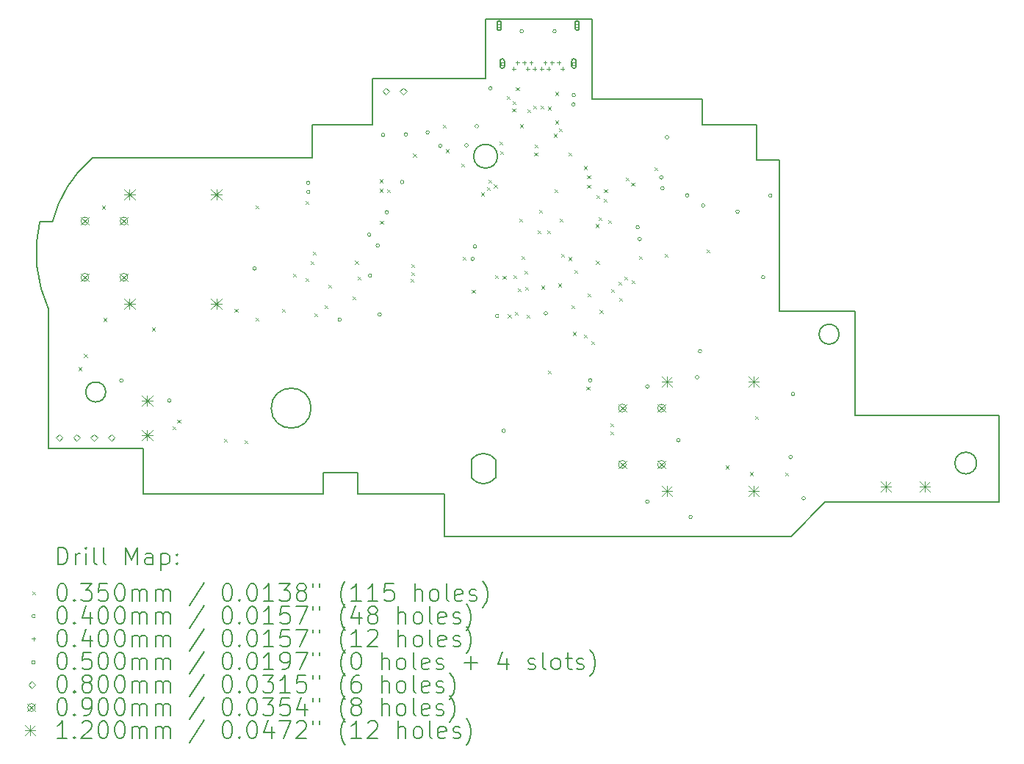
<source format=gbr>
%TF.GenerationSoftware,KiCad,Pcbnew,7.0.6*%
%TF.CreationDate,2023-09-01T19:16:30-07:00*%
%TF.ProjectId,procon_gcc_main_pcb,70726f63-6f6e-45f6-9763-635f6d61696e,1*%
%TF.SameCoordinates,Original*%
%TF.FileFunction,Drillmap*%
%TF.FilePolarity,Positive*%
%FSLAX45Y45*%
G04 Gerber Fmt 4.5, Leading zero omitted, Abs format (unit mm)*
G04 Created by KiCad (PCBNEW 7.0.6) date 2023-09-01 19:16:30*
%MOMM*%
%LPD*%
G01*
G04 APERTURE LIST*
%ADD10C,0.200000*%
%ADD11C,0.035000*%
%ADD12C,0.040000*%
%ADD13C,0.050000*%
%ADD14C,0.080000*%
%ADD15C,0.090000*%
%ADD16C,0.120000*%
G04 APERTURE END LIST*
D10*
X16360622Y-10811436D02*
X16630622Y-10811436D01*
X17155623Y-14761436D02*
X16765622Y-15161436D01*
X12765623Y-15161436D02*
X12765623Y-14671436D01*
X13378123Y-10771436D02*
G75*
G03*
X13378123Y-10771436I-137500J0D01*
G01*
X19155623Y-13761436D02*
X19155623Y-14761436D01*
X13355623Y-14270000D02*
G75*
G03*
X13075623Y-14270000I-140000J-105000D01*
G01*
X16630622Y-12561436D02*
X17500623Y-12561436D01*
X16360622Y-10411436D02*
X16360622Y-10811436D01*
X13240623Y-9871436D02*
X13240623Y-9186436D01*
X11765623Y-14421436D02*
X11365623Y-14421436D01*
X9295623Y-14141436D02*
X8205623Y-14141436D01*
X17500623Y-12561436D02*
X17500623Y-13761436D01*
X12765623Y-14671436D02*
X11765623Y-14671436D01*
X8705623Y-10791436D02*
X11240623Y-10791436D01*
X18900000Y-14311000D02*
G75*
G03*
X18900000Y-14311000I-125000J0D01*
G01*
X14470622Y-9186436D02*
X14470622Y-10111436D01*
X9295623Y-14671436D02*
X9295623Y-14141436D01*
X11940623Y-9871436D02*
X13240623Y-9871436D01*
X15740622Y-10111436D02*
X15740622Y-10411436D01*
X11365623Y-14671436D02*
X9295623Y-14671436D01*
X16765622Y-15161436D02*
X12765623Y-15161436D01*
X8101675Y-11525814D02*
X8249271Y-11525814D01*
X8205623Y-14141436D02*
X8205623Y-12541436D01*
X15740622Y-10411436D02*
X16360622Y-10411436D01*
X8862500Y-13491436D02*
G75*
G03*
X8862500Y-13491436I-115000J0D01*
G01*
X11240623Y-10411436D02*
X11940623Y-10411436D01*
X11765623Y-14671436D02*
X11765623Y-14421436D01*
X11230000Y-13677500D02*
G75*
G03*
X11230000Y-13677500I-230000J0D01*
G01*
X11240623Y-10791436D02*
X11240623Y-10411436D01*
X13240623Y-9186436D02*
X14470622Y-9186436D01*
X11365623Y-14421436D02*
X11365623Y-14671436D01*
X17500623Y-13761436D02*
X19155623Y-13761436D01*
X19155623Y-14761436D02*
X17155623Y-14761436D01*
X11940623Y-10411436D02*
X11940623Y-9871436D01*
X8101678Y-11525815D02*
G75*
G03*
X8205623Y-12541436I1538942J-355625D01*
G01*
X8705623Y-10791436D02*
G75*
G03*
X8249271Y-11525814I935000J-1089999D01*
G01*
X17315000Y-12825000D02*
G75*
G03*
X17315000Y-12825000I-115000J0D01*
G01*
X16630622Y-10811436D02*
X16630622Y-12561436D01*
X13075623Y-14480000D02*
G75*
G03*
X13355623Y-14480000I140000J105000D01*
G01*
X14470622Y-10111436D02*
X15740622Y-10111436D01*
X13075623Y-14480000D02*
X13075623Y-14270000D01*
X13355623Y-14270000D02*
X13355623Y-14480000D01*
D11*
X8552460Y-13205740D02*
X8587460Y-13240740D01*
X8587460Y-13205740D02*
X8552460Y-13240740D01*
X8613420Y-13053340D02*
X8648420Y-13088340D01*
X8648420Y-13053340D02*
X8613420Y-13088340D01*
X8821700Y-11343920D02*
X8856700Y-11378920D01*
X8856700Y-11343920D02*
X8821700Y-11378920D01*
X8834400Y-12639320D02*
X8869400Y-12674320D01*
X8869400Y-12639320D02*
X8834400Y-12674320D01*
X9398280Y-12748540D02*
X9433280Y-12783540D01*
X9433280Y-12748540D02*
X9398280Y-12783540D01*
X9634500Y-13886460D02*
X9669500Y-13921460D01*
X9669500Y-13886460D02*
X9634500Y-13921460D01*
X9687840Y-13812800D02*
X9722840Y-13847800D01*
X9722840Y-13812800D02*
X9687840Y-13847800D01*
X10223780Y-14028700D02*
X10258780Y-14063700D01*
X10258780Y-14028700D02*
X10223780Y-14063700D01*
X10348240Y-12530100D02*
X10383240Y-12565100D01*
X10383240Y-12530100D02*
X10348240Y-12565100D01*
X10465080Y-14051560D02*
X10500080Y-14086560D01*
X10500080Y-14051560D02*
X10465080Y-14086560D01*
X10589540Y-11341380D02*
X10624540Y-11376380D01*
X10624540Y-11341380D02*
X10589540Y-11376380D01*
X10592080Y-12636780D02*
X10627080Y-12671780D01*
X10627080Y-12636780D02*
X10592080Y-12671780D01*
X10891800Y-12530100D02*
X10926800Y-12565100D01*
X10926800Y-12530100D02*
X10891800Y-12565100D01*
X11023880Y-12123700D02*
X11058880Y-12158700D01*
X11058880Y-12123700D02*
X11023880Y-12158700D01*
X11166120Y-11285500D02*
X11201120Y-11320500D01*
X11201120Y-11285500D02*
X11166120Y-11320500D01*
X11168660Y-12174500D02*
X11203660Y-12209500D01*
X11203660Y-12174500D02*
X11168660Y-12209500D01*
X11224540Y-11984000D02*
X11259540Y-12019000D01*
X11259540Y-11984000D02*
X11224540Y-12019000D01*
X11247400Y-11874780D02*
X11282400Y-11909780D01*
X11282400Y-11874780D02*
X11247400Y-11909780D01*
X11267720Y-12583440D02*
X11302720Y-12618440D01*
X11302720Y-12583440D02*
X11267720Y-12618440D01*
X11387998Y-12490221D02*
X11422998Y-12525221D01*
X11422998Y-12490221D02*
X11387998Y-12525221D01*
X11430280Y-12253240D02*
X11465280Y-12288240D01*
X11465280Y-12253240D02*
X11430280Y-12288240D01*
X11707140Y-12390400D02*
X11742140Y-12425400D01*
X11742140Y-12390400D02*
X11707140Y-12425400D01*
X11737620Y-11978920D02*
X11772620Y-12013920D01*
X11772620Y-11978920D02*
X11737620Y-12013920D01*
X11765560Y-12161800D02*
X11800560Y-12196800D01*
X11800560Y-12161800D02*
X11765560Y-12196800D01*
X12019560Y-11148340D02*
X12054560Y-11183340D01*
X12054560Y-11148340D02*
X12019560Y-11183340D01*
X12022100Y-11039120D02*
X12057100Y-11074120D01*
X12057100Y-11039120D02*
X12022100Y-11074120D01*
X12024640Y-11519180D02*
X12059640Y-11554180D01*
X12059640Y-11519180D02*
X12024640Y-11554180D01*
X12105920Y-11153420D02*
X12140920Y-11188420D01*
X12140920Y-11153420D02*
X12105920Y-11188420D01*
X12377375Y-12189196D02*
X12412375Y-12224196D01*
X12412375Y-12189196D02*
X12377375Y-12224196D01*
X12385320Y-12014480D02*
X12420320Y-12049480D01*
X12420320Y-12014480D02*
X12385320Y-12049480D01*
X12385320Y-12108460D02*
X12420320Y-12143460D01*
X12420320Y-12108460D02*
X12385320Y-12143460D01*
X12405640Y-10742450D02*
X12440640Y-10777450D01*
X12440640Y-10742450D02*
X12405640Y-10777450D01*
X12746647Y-10409847D02*
X12781647Y-10444847D01*
X12781647Y-10409847D02*
X12746647Y-10444847D01*
X12784100Y-10691650D02*
X12819100Y-10726650D01*
X12819100Y-10691650D02*
X12784100Y-10726650D01*
X12961900Y-10858780D02*
X12996900Y-10893780D01*
X12996900Y-10858780D02*
X12961900Y-10893780D01*
X12979680Y-11930660D02*
X13014680Y-11965660D01*
X13014680Y-11930660D02*
X12979680Y-11965660D01*
X13083820Y-12314200D02*
X13118820Y-12349200D01*
X13118820Y-12314200D02*
X13083820Y-12349200D01*
X13191453Y-11191347D02*
X13226453Y-11226347D01*
X13226453Y-11191347D02*
X13191453Y-11226347D01*
X13254817Y-11129743D02*
X13289817Y-11164743D01*
X13289817Y-11129743D02*
X13254817Y-11164743D01*
X13271780Y-11041660D02*
X13306780Y-11076660D01*
X13306780Y-11041660D02*
X13271780Y-11076660D01*
X13337820Y-11097540D02*
X13372820Y-11132540D01*
X13372820Y-11097540D02*
X13337820Y-11132540D01*
X13353060Y-12146560D02*
X13388060Y-12181560D01*
X13388060Y-12146560D02*
X13353060Y-12181560D01*
X13403860Y-10604780D02*
X13438860Y-10639780D01*
X13438860Y-10604780D02*
X13403860Y-10639780D01*
X13410210Y-10716409D02*
X13445210Y-10751409D01*
X13445210Y-10716409D02*
X13410210Y-10751409D01*
X13439420Y-12149100D02*
X13474420Y-12184100D01*
X13474420Y-12149100D02*
X13439420Y-12184100D01*
X13485140Y-10079000D02*
X13520140Y-10114000D01*
X13520140Y-10079000D02*
X13485140Y-10114000D01*
X13497840Y-12596140D02*
X13532840Y-12631140D01*
X13532840Y-12596140D02*
X13497840Y-12631140D01*
X13548640Y-10221240D02*
X13583640Y-10256240D01*
X13583640Y-10221240D02*
X13548640Y-10256240D01*
X13551180Y-10134880D02*
X13586180Y-10169880D01*
X13586180Y-10134880D02*
X13551180Y-10169880D01*
X13563880Y-12146560D02*
X13598880Y-12181560D01*
X13598880Y-12146560D02*
X13563880Y-12181560D01*
X13581660Y-12568200D02*
X13616660Y-12603200D01*
X13616660Y-12568200D02*
X13581660Y-12603200D01*
X13591820Y-9974860D02*
X13626820Y-10009860D01*
X13626820Y-9974860D02*
X13591820Y-10009860D01*
X13612140Y-12296420D02*
X13647140Y-12331420D01*
X13647140Y-12296420D02*
X13612140Y-12331420D01*
X13627380Y-11493780D02*
X13662380Y-11528780D01*
X13662380Y-11493780D02*
X13627380Y-11528780D01*
X13638027Y-10404022D02*
X13673027Y-10439022D01*
X13673027Y-10404022D02*
X13638027Y-10439022D01*
X13657860Y-11925580D02*
X13692860Y-11960580D01*
X13692860Y-11925580D02*
X13657860Y-11960580D01*
X13689736Y-12095659D02*
X13724736Y-12130659D01*
X13724736Y-12095659D02*
X13689736Y-12130659D01*
X13698500Y-12281180D02*
X13733500Y-12316180D01*
X13733500Y-12281180D02*
X13698500Y-12316180D01*
X13716280Y-12598680D02*
X13751280Y-12633680D01*
X13751280Y-12598680D02*
X13716280Y-12633680D01*
X13719224Y-10228803D02*
X13754224Y-10263803D01*
X13754224Y-10228803D02*
X13719224Y-10263803D01*
X13793019Y-10186450D02*
X13828019Y-10221450D01*
X13828019Y-10186450D02*
X13793019Y-10221450D01*
X13803369Y-10727702D02*
X13838369Y-10762702D01*
X13838369Y-10727702D02*
X13803369Y-10762702D01*
X13803940Y-10635161D02*
X13838940Y-10670161D01*
X13838940Y-10635161D02*
X13803940Y-10670161D01*
X13844550Y-11630809D02*
X13879550Y-11665809D01*
X13879550Y-11630809D02*
X13844550Y-11665809D01*
X13861060Y-11392180D02*
X13896060Y-11427180D01*
X13896060Y-11392180D02*
X13861060Y-11427180D01*
X13878205Y-10189316D02*
X13913205Y-10224316D01*
X13913205Y-10189316D02*
X13878205Y-10224316D01*
X13881380Y-12265940D02*
X13916380Y-12300940D01*
X13916380Y-12265940D02*
X13881380Y-12300940D01*
X13948690Y-11625729D02*
X13983690Y-11660729D01*
X13983690Y-11625729D02*
X13948690Y-11660729D01*
X13957580Y-13246380D02*
X13992580Y-13281380D01*
X13992580Y-13246380D02*
X13957580Y-13281380D01*
X13962776Y-10200502D02*
X13997776Y-10235502D01*
X13997776Y-10200502D02*
X13962776Y-10235502D01*
X14029583Y-10513647D02*
X14064583Y-10548647D01*
X14064583Y-10513647D02*
X14029583Y-10548647D01*
X14037753Y-11150548D02*
X14072753Y-11185548D01*
X14072753Y-11150548D02*
X14037753Y-11185548D01*
X14041313Y-10360940D02*
X14076313Y-10395940D01*
X14076313Y-10360940D02*
X14041313Y-10395940D01*
X14041400Y-10030740D02*
X14076400Y-10065740D01*
X14076400Y-10030740D02*
X14041400Y-10065740D01*
X14075193Y-12241313D02*
X14110193Y-12276313D01*
X14110193Y-12241313D02*
X14075193Y-12276313D01*
X14088345Y-10451876D02*
X14123345Y-10486876D01*
X14123345Y-10451876D02*
X14088345Y-10486876D01*
X14094740Y-11488700D02*
X14129740Y-11523700D01*
X14129740Y-11488700D02*
X14094740Y-11523700D01*
X14115060Y-11897640D02*
X14150060Y-11932640D01*
X14150060Y-11897640D02*
X14115060Y-11932640D01*
X14193800Y-11935740D02*
X14228800Y-11970740D01*
X14228800Y-11935740D02*
X14193800Y-11970740D01*
X14196340Y-10731780D02*
X14231340Y-10766780D01*
X14231340Y-10731780D02*
X14196340Y-10766780D01*
X14231900Y-12492000D02*
X14266900Y-12527000D01*
X14266900Y-12492000D02*
X14231900Y-12527000D01*
X14249680Y-12799340D02*
X14284680Y-12834340D01*
X14284680Y-12799340D02*
X14249680Y-12834340D01*
X14264920Y-12086313D02*
X14299920Y-12121313D01*
X14299920Y-12086313D02*
X14264920Y-12121313D01*
X14371600Y-10886720D02*
X14406600Y-10921720D01*
X14406600Y-10886720D02*
X14371600Y-10921720D01*
X14371600Y-12827280D02*
X14406600Y-12862280D01*
X14406600Y-12827280D02*
X14371600Y-12862280D01*
X14404620Y-13429260D02*
X14439620Y-13464260D01*
X14439620Y-13429260D02*
X14404620Y-13464260D01*
X14412240Y-10993400D02*
X14447240Y-11028400D01*
X14447240Y-10993400D02*
X14412240Y-11028400D01*
X14412240Y-11102620D02*
X14447240Y-11137620D01*
X14447240Y-11102620D02*
X14412240Y-11137620D01*
X14419860Y-12352300D02*
X14454860Y-12387300D01*
X14454860Y-12352300D02*
X14419860Y-12387300D01*
X14457960Y-12906020D02*
X14492960Y-12941020D01*
X14492960Y-12906020D02*
X14457960Y-12941020D01*
X14511937Y-11555409D02*
X14546937Y-11590409D01*
X14546937Y-11555409D02*
X14511937Y-11590409D01*
X14513840Y-11978920D02*
X14548840Y-12013920D01*
X14548840Y-11978920D02*
X14513840Y-12013920D01*
X14516380Y-11219460D02*
X14551380Y-11254460D01*
X14551380Y-11219460D02*
X14516380Y-11254460D01*
X14541016Y-11473873D02*
X14576016Y-11508873D01*
X14576016Y-11473873D02*
X14541016Y-11508873D01*
X14557020Y-12545340D02*
X14592020Y-12580340D01*
X14592020Y-12545340D02*
X14557020Y-12580340D01*
X14599936Y-11262369D02*
X14634936Y-11297369D01*
X14634936Y-11262369D02*
X14599936Y-11297369D01*
X14607820Y-11153420D02*
X14642820Y-11188420D01*
X14642820Y-11153420D02*
X14607820Y-11188420D01*
X14651000Y-11506480D02*
X14686000Y-11541480D01*
X14686000Y-11506480D02*
X14651000Y-11541480D01*
X14681480Y-13853440D02*
X14716480Y-13888440D01*
X14716480Y-13853440D02*
X14681480Y-13888440D01*
X14681480Y-13944880D02*
X14716480Y-13979880D01*
X14716480Y-13944880D02*
X14681480Y-13979880D01*
X14686560Y-12306580D02*
X14721560Y-12341580D01*
X14721560Y-12306580D02*
X14686560Y-12341580D01*
X14775460Y-12220220D02*
X14810460Y-12255220D01*
X14810460Y-12220220D02*
X14775460Y-12255220D01*
X14778000Y-12403100D02*
X14813000Y-12438100D01*
X14813000Y-12403100D02*
X14778000Y-12438100D01*
X14841500Y-12161800D02*
X14876500Y-12196800D01*
X14876500Y-12161800D02*
X14841500Y-12196800D01*
X14859280Y-11019440D02*
X14894280Y-11054440D01*
X14894280Y-11019440D02*
X14859280Y-11054440D01*
X14920240Y-11079760D02*
X14955240Y-11114760D01*
X14955240Y-11079760D02*
X14920240Y-11114760D01*
X14921255Y-12201870D02*
X14956255Y-12236870D01*
X14956255Y-12201870D02*
X14921255Y-12236870D01*
X15009140Y-11923040D02*
X15044140Y-11958040D01*
X15044140Y-11923040D02*
X15009140Y-11958040D01*
X15185239Y-10899148D02*
X15220239Y-10934148D01*
X15220239Y-10899148D02*
X15185239Y-10934148D01*
X15306320Y-11900180D02*
X15341320Y-11935180D01*
X15341320Y-11900180D02*
X15306320Y-11935180D01*
X15788074Y-11843795D02*
X15823074Y-11878795D01*
X15823074Y-11843795D02*
X15788074Y-11878795D01*
X16007360Y-14341120D02*
X16042360Y-14376120D01*
X16042360Y-14341120D02*
X16007360Y-14376120D01*
X16286760Y-14417320D02*
X16321760Y-14452320D01*
X16321760Y-14417320D02*
X16286760Y-14452320D01*
X16345180Y-13767080D02*
X16380180Y-13802080D01*
X16380180Y-13767080D02*
X16345180Y-13802080D01*
X16695700Y-14419860D02*
X16730700Y-14454860D01*
X16730700Y-14419860D02*
X16695700Y-14454860D01*
D12*
X9062400Y-13360400D02*
G75*
G03*
X9062400Y-13360400I-20000J0D01*
G01*
X9616120Y-13591540D02*
G75*
G03*
X9616120Y-13591540I-20000J0D01*
G01*
X10596560Y-12067540D02*
G75*
G03*
X10596560Y-12067540I-20000J0D01*
G01*
X11216320Y-11077780D02*
G75*
G03*
X11216320Y-11077780I-20000J0D01*
G01*
X11216320Y-11182780D02*
G75*
G03*
X11216320Y-11182780I-20000J0D01*
G01*
X11579540Y-12656820D02*
G75*
G03*
X11579540Y-12656820I-20000J0D01*
G01*
X11920670Y-11677410D02*
G75*
G03*
X11920670Y-11677410I-20000J0D01*
G01*
X11927520Y-12148820D02*
G75*
G03*
X11927520Y-12148820I-20000J0D01*
G01*
X12018392Y-11802239D02*
G75*
G03*
X12018392Y-11802239I-20000J0D01*
G01*
X12039280Y-12598400D02*
G75*
G03*
X12039280Y-12598400I-20000J0D01*
G01*
X12079920Y-10525760D02*
G75*
G03*
X12079920Y-10525760I-20000J0D01*
G01*
X12123100Y-11417300D02*
G75*
G03*
X12123100Y-11417300I-20000J0D01*
G01*
X12298360Y-11069320D02*
G75*
G03*
X12298360Y-11069320I-20000J0D01*
G01*
X12341540Y-10520680D02*
G75*
G03*
X12341540Y-10520680I-20000J0D01*
G01*
X12592272Y-10495609D02*
G75*
G03*
X12592272Y-10495609I-20000J0D01*
G01*
X12737724Y-10652945D02*
G75*
G03*
X12737724Y-10652945I-20000J0D01*
G01*
X13039984Y-10644452D02*
G75*
G03*
X13039984Y-10644452I-20000J0D01*
G01*
X13111160Y-11955780D02*
G75*
G03*
X13111160Y-11955780I-20000J0D01*
G01*
X13139100Y-11813540D02*
G75*
G03*
X13139100Y-11813540I-20000J0D01*
G01*
X13159420Y-10424160D02*
G75*
G03*
X13159420Y-10424160I-20000J0D01*
G01*
X13316900Y-9987280D02*
G75*
G03*
X13316900Y-9987280I-20000J0D01*
G01*
X13393100Y-12613640D02*
G75*
G03*
X13393100Y-12613640I-20000J0D01*
G01*
X13469300Y-13939520D02*
G75*
G03*
X13469300Y-13939520I-20000J0D01*
G01*
X13677580Y-9329420D02*
G75*
G03*
X13677580Y-9329420I-20000J0D01*
G01*
X13954440Y-12583160D02*
G75*
G03*
X13954440Y-12583160I-20000J0D01*
G01*
X14056040Y-9329420D02*
G75*
G03*
X14056040Y-9329420I-20000J0D01*
G01*
X14274480Y-10172700D02*
G75*
G03*
X14274480Y-10172700I-20000J0D01*
G01*
X14277020Y-10066020D02*
G75*
G03*
X14277020Y-10066020I-20000J0D01*
G01*
X14467520Y-13357860D02*
G75*
G03*
X14467520Y-13357860I-20000J0D01*
G01*
X15013620Y-11590020D02*
G75*
G03*
X15013620Y-11590020I-20000J0D01*
G01*
X15036480Y-11727180D02*
G75*
G03*
X15036480Y-11727180I-20000J0D01*
G01*
X15125380Y-13428980D02*
G75*
G03*
X15125380Y-13428980I-20000J0D01*
G01*
X15125380Y-14754860D02*
G75*
G03*
X15125380Y-14754860I-20000J0D01*
G01*
X15285720Y-11016300D02*
G75*
G03*
X15285720Y-11016300I-20000J0D01*
G01*
X15298420Y-11140760D02*
G75*
G03*
X15298420Y-11140760I-20000J0D01*
G01*
X15351440Y-10553700D02*
G75*
G03*
X15351440Y-10553700I-20000J0D01*
G01*
X15483520Y-14048740D02*
G75*
G03*
X15483520Y-14048740I-20000J0D01*
G01*
X15585120Y-11221720D02*
G75*
G03*
X15585120Y-11221720I-20000J0D01*
G01*
X15623220Y-14932660D02*
G75*
G03*
X15623220Y-14932660I-20000J0D01*
G01*
X15699420Y-13322300D02*
G75*
G03*
X15699420Y-13322300I-20000J0D01*
G01*
X15732440Y-13022580D02*
G75*
G03*
X15732440Y-13022580I-20000J0D01*
G01*
X15768270Y-11340235D02*
G75*
G03*
X15768270Y-11340235I-20000J0D01*
G01*
X16164240Y-11409680D02*
G75*
G03*
X16164240Y-11409680I-20000J0D01*
G01*
X16460150Y-12167870D02*
G75*
G03*
X16460150Y-12167870I-20000J0D01*
G01*
X16542700Y-11224260D02*
G75*
G03*
X16542700Y-11224260I-20000J0D01*
G01*
X16776380Y-14241780D02*
G75*
G03*
X16776380Y-14241780I-20000J0D01*
G01*
X16804320Y-13515340D02*
G75*
G03*
X16804320Y-13515340I-20000J0D01*
G01*
X16926240Y-14716760D02*
G75*
G03*
X16926240Y-14716760I-20000J0D01*
G01*
X13566000Y-9742500D02*
X13566000Y-9782500D01*
X13546000Y-9762500D02*
X13586000Y-9762500D01*
X13606000Y-9672500D02*
X13606000Y-9712500D01*
X13586000Y-9692500D02*
X13626000Y-9692500D01*
X13686000Y-9672500D02*
X13686000Y-9712500D01*
X13666000Y-9692500D02*
X13706000Y-9692500D01*
X13726000Y-9742500D02*
X13726000Y-9782500D01*
X13706000Y-9762500D02*
X13746000Y-9762500D01*
X13766000Y-9672500D02*
X13766000Y-9712500D01*
X13746000Y-9692500D02*
X13786000Y-9692500D01*
X13806000Y-9742500D02*
X13806000Y-9782500D01*
X13786000Y-9762500D02*
X13826000Y-9762500D01*
X13886000Y-9742500D02*
X13886000Y-9782500D01*
X13866000Y-9762500D02*
X13906000Y-9762500D01*
X13926000Y-9672500D02*
X13926000Y-9712500D01*
X13906000Y-9692500D02*
X13946000Y-9692500D01*
X13966000Y-9742500D02*
X13966000Y-9782500D01*
X13946000Y-9762500D02*
X13986000Y-9762500D01*
X14006000Y-9672500D02*
X14006000Y-9712500D01*
X13986000Y-9692500D02*
X14026000Y-9692500D01*
X14086000Y-9672500D02*
X14086000Y-9712500D01*
X14066000Y-9692500D02*
X14106000Y-9692500D01*
X14126000Y-9742500D02*
X14126000Y-9782500D01*
X14106000Y-9762500D02*
X14146000Y-9762500D01*
D13*
X13414678Y-9281178D02*
X13414678Y-9245822D01*
X13379322Y-9245822D01*
X13379322Y-9281178D01*
X13414678Y-9281178D01*
D10*
X13422000Y-9293500D02*
X13422000Y-9233500D01*
X13422000Y-9233500D02*
G75*
G03*
X13372000Y-9233500I-25000J0D01*
G01*
X13372000Y-9233500D02*
X13372000Y-9293500D01*
X13372000Y-9293500D02*
G75*
G03*
X13422000Y-9293500I25000J0D01*
G01*
D13*
X13450678Y-9720178D02*
X13450678Y-9684822D01*
X13415322Y-9684822D01*
X13415322Y-9720178D01*
X13450678Y-9720178D01*
D10*
X13458000Y-9732500D02*
X13458000Y-9672500D01*
X13458000Y-9672500D02*
G75*
G03*
X13408000Y-9672500I-25000J0D01*
G01*
X13408000Y-9672500D02*
X13408000Y-9732500D01*
X13408000Y-9732500D02*
G75*
G03*
X13458000Y-9732500I25000J0D01*
G01*
D13*
X14276678Y-9720178D02*
X14276678Y-9684822D01*
X14241322Y-9684822D01*
X14241322Y-9720178D01*
X14276678Y-9720178D01*
D10*
X14284000Y-9732500D02*
X14284000Y-9672500D01*
X14284000Y-9672500D02*
G75*
G03*
X14234000Y-9672500I-25000J0D01*
G01*
X14234000Y-9672500D02*
X14234000Y-9732500D01*
X14234000Y-9732500D02*
G75*
G03*
X14284000Y-9732500I25000J0D01*
G01*
D13*
X14312678Y-9281178D02*
X14312678Y-9245822D01*
X14277322Y-9245822D01*
X14277322Y-9281178D01*
X14312678Y-9281178D01*
D10*
X14320000Y-9293500D02*
X14320000Y-9233500D01*
X14320000Y-9233500D02*
G75*
G03*
X14270000Y-9233500I-25000J0D01*
G01*
X14270000Y-9233500D02*
X14270000Y-9293500D01*
X14270000Y-9293500D02*
G75*
G03*
X14320000Y-9293500I25000J0D01*
G01*
D14*
X8327440Y-14058260D02*
X8367440Y-14018260D01*
X8327440Y-13978260D01*
X8287440Y-14018260D01*
X8327440Y-14058260D01*
X8527440Y-14058260D02*
X8567440Y-14018260D01*
X8527440Y-13978260D01*
X8487440Y-14018260D01*
X8527440Y-14058260D01*
X8727440Y-14058260D02*
X8767440Y-14018260D01*
X8727440Y-13978260D01*
X8687440Y-14018260D01*
X8727440Y-14058260D01*
X8927440Y-14058260D02*
X8967440Y-14018260D01*
X8927440Y-13978260D01*
X8887440Y-14018260D01*
X8927440Y-14058260D01*
X12092000Y-10062840D02*
X12132000Y-10022840D01*
X12092000Y-9982840D01*
X12052000Y-10022840D01*
X12092000Y-10062840D01*
X12292000Y-10062840D02*
X12332000Y-10022840D01*
X12292000Y-9982840D01*
X12252000Y-10022840D01*
X12292000Y-10062840D01*
D15*
X8577700Y-11473260D02*
X8667700Y-11563260D01*
X8667700Y-11473260D02*
X8577700Y-11563260D01*
X8667700Y-11518260D02*
G75*
G03*
X8667700Y-11518260I-45000J0D01*
G01*
X8577700Y-12123260D02*
X8667700Y-12213260D01*
X8667700Y-12123260D02*
X8577700Y-12213260D01*
X8667700Y-12168260D02*
G75*
G03*
X8667700Y-12168260I-45000J0D01*
G01*
X9027700Y-11473260D02*
X9117700Y-11563260D01*
X9117700Y-11473260D02*
X9027700Y-11563260D01*
X9117700Y-11518260D02*
G75*
G03*
X9117700Y-11518260I-45000J0D01*
G01*
X9027700Y-12123260D02*
X9117700Y-12213260D01*
X9117700Y-12123260D02*
X9027700Y-12213260D01*
X9117700Y-12168260D02*
G75*
G03*
X9117700Y-12168260I-45000J0D01*
G01*
X14772020Y-13632200D02*
X14862020Y-13722200D01*
X14862020Y-13632200D02*
X14772020Y-13722200D01*
X14862020Y-13677200D02*
G75*
G03*
X14862020Y-13677200I-45000J0D01*
G01*
X14772020Y-14282200D02*
X14862020Y-14372200D01*
X14862020Y-14282200D02*
X14772020Y-14372200D01*
X14862020Y-14327200D02*
G75*
G03*
X14862020Y-14327200I-45000J0D01*
G01*
X15222020Y-13632200D02*
X15312020Y-13722200D01*
X15312020Y-13632200D02*
X15222020Y-13722200D01*
X15312020Y-13677200D02*
G75*
G03*
X15312020Y-13677200I-45000J0D01*
G01*
X15222020Y-14282200D02*
X15312020Y-14372200D01*
X15312020Y-14282200D02*
X15222020Y-14372200D01*
X15312020Y-14327200D02*
G75*
G03*
X15312020Y-14327200I-45000J0D01*
G01*
D16*
X9077700Y-11150760D02*
X9197700Y-11270760D01*
X9197700Y-11150760D02*
X9077700Y-11270760D01*
X9137700Y-11150760D02*
X9137700Y-11270760D01*
X9077700Y-11210760D02*
X9197700Y-11210760D01*
X9077700Y-12415760D02*
X9197700Y-12535760D01*
X9197700Y-12415760D02*
X9077700Y-12535760D01*
X9137700Y-12415760D02*
X9137700Y-12535760D01*
X9077700Y-12475760D02*
X9197700Y-12475760D01*
X9281399Y-13530930D02*
X9401399Y-13650930D01*
X9401399Y-13530930D02*
X9281399Y-13650930D01*
X9341399Y-13530930D02*
X9341399Y-13650930D01*
X9281399Y-13590930D02*
X9401399Y-13590930D01*
X9281399Y-13930320D02*
X9401399Y-14050320D01*
X9401399Y-13930320D02*
X9281399Y-14050320D01*
X9341399Y-13930320D02*
X9341399Y-14050320D01*
X9281399Y-13990320D02*
X9401399Y-13990320D01*
X10077700Y-11150760D02*
X10197700Y-11270760D01*
X10197700Y-11150760D02*
X10077700Y-11270760D01*
X10137700Y-11150760D02*
X10137700Y-11270760D01*
X10077700Y-11210760D02*
X10197700Y-11210760D01*
X10077700Y-12415760D02*
X10197700Y-12535760D01*
X10197700Y-12415760D02*
X10077700Y-12535760D01*
X10137700Y-12415760D02*
X10137700Y-12535760D01*
X10077700Y-12475760D02*
X10197700Y-12475760D01*
X15272020Y-13309700D02*
X15392020Y-13429700D01*
X15392020Y-13309700D02*
X15272020Y-13429700D01*
X15332020Y-13309700D02*
X15332020Y-13429700D01*
X15272020Y-13369700D02*
X15392020Y-13369700D01*
X15272020Y-14574700D02*
X15392020Y-14694700D01*
X15392020Y-14574700D02*
X15272020Y-14694700D01*
X15332020Y-14574700D02*
X15332020Y-14694700D01*
X15272020Y-14634700D02*
X15392020Y-14634700D01*
X16272020Y-13309700D02*
X16392020Y-13429700D01*
X16392020Y-13309700D02*
X16272020Y-13429700D01*
X16332020Y-13309700D02*
X16332020Y-13429700D01*
X16272020Y-13369700D02*
X16392020Y-13369700D01*
X16272020Y-14574700D02*
X16392020Y-14694700D01*
X16392020Y-14574700D02*
X16272020Y-14694700D01*
X16332020Y-14574700D02*
X16332020Y-14694700D01*
X16272020Y-14634700D02*
X16392020Y-14634700D01*
X17796200Y-14524875D02*
X17916200Y-14644875D01*
X17916200Y-14524875D02*
X17796200Y-14644875D01*
X17856200Y-14524875D02*
X17856200Y-14644875D01*
X17796200Y-14584875D02*
X17916200Y-14584875D01*
X18246200Y-14524875D02*
X18366200Y-14644875D01*
X18366200Y-14524875D02*
X18246200Y-14644875D01*
X18306200Y-14524875D02*
X18306200Y-14644875D01*
X18246200Y-14584875D02*
X18366200Y-14584875D01*
D10*
X8311899Y-15482919D02*
X8311899Y-15282919D01*
X8311899Y-15282919D02*
X8359518Y-15282919D01*
X8359518Y-15282919D02*
X8388090Y-15292443D01*
X8388090Y-15292443D02*
X8407138Y-15311491D01*
X8407138Y-15311491D02*
X8416661Y-15330538D01*
X8416661Y-15330538D02*
X8426185Y-15368634D01*
X8426185Y-15368634D02*
X8426185Y-15397205D01*
X8426185Y-15397205D02*
X8416661Y-15435300D01*
X8416661Y-15435300D02*
X8407138Y-15454348D01*
X8407138Y-15454348D02*
X8388090Y-15473396D01*
X8388090Y-15473396D02*
X8359518Y-15482919D01*
X8359518Y-15482919D02*
X8311899Y-15482919D01*
X8511899Y-15482919D02*
X8511899Y-15349586D01*
X8511899Y-15387681D02*
X8521423Y-15368634D01*
X8521423Y-15368634D02*
X8530947Y-15359110D01*
X8530947Y-15359110D02*
X8549995Y-15349586D01*
X8549995Y-15349586D02*
X8569042Y-15349586D01*
X8635709Y-15482919D02*
X8635709Y-15349586D01*
X8635709Y-15282919D02*
X8626185Y-15292443D01*
X8626185Y-15292443D02*
X8635709Y-15301967D01*
X8635709Y-15301967D02*
X8645233Y-15292443D01*
X8645233Y-15292443D02*
X8635709Y-15282919D01*
X8635709Y-15282919D02*
X8635709Y-15301967D01*
X8759518Y-15482919D02*
X8740471Y-15473396D01*
X8740471Y-15473396D02*
X8730947Y-15454348D01*
X8730947Y-15454348D02*
X8730947Y-15282919D01*
X8864280Y-15482919D02*
X8845233Y-15473396D01*
X8845233Y-15473396D02*
X8835709Y-15454348D01*
X8835709Y-15454348D02*
X8835709Y-15282919D01*
X9092852Y-15482919D02*
X9092852Y-15282919D01*
X9092852Y-15282919D02*
X9159519Y-15425777D01*
X9159519Y-15425777D02*
X9226185Y-15282919D01*
X9226185Y-15282919D02*
X9226185Y-15482919D01*
X9407138Y-15482919D02*
X9407138Y-15378158D01*
X9407138Y-15378158D02*
X9397614Y-15359110D01*
X9397614Y-15359110D02*
X9378566Y-15349586D01*
X9378566Y-15349586D02*
X9340471Y-15349586D01*
X9340471Y-15349586D02*
X9321423Y-15359110D01*
X9407138Y-15473396D02*
X9388090Y-15482919D01*
X9388090Y-15482919D02*
X9340471Y-15482919D01*
X9340471Y-15482919D02*
X9321423Y-15473396D01*
X9321423Y-15473396D02*
X9311899Y-15454348D01*
X9311899Y-15454348D02*
X9311899Y-15435300D01*
X9311899Y-15435300D02*
X9321423Y-15416253D01*
X9321423Y-15416253D02*
X9340471Y-15406729D01*
X9340471Y-15406729D02*
X9388090Y-15406729D01*
X9388090Y-15406729D02*
X9407138Y-15397205D01*
X9502376Y-15349586D02*
X9502376Y-15549586D01*
X9502376Y-15359110D02*
X9521423Y-15349586D01*
X9521423Y-15349586D02*
X9559519Y-15349586D01*
X9559519Y-15349586D02*
X9578566Y-15359110D01*
X9578566Y-15359110D02*
X9588090Y-15368634D01*
X9588090Y-15368634D02*
X9597614Y-15387681D01*
X9597614Y-15387681D02*
X9597614Y-15444824D01*
X9597614Y-15444824D02*
X9588090Y-15463872D01*
X9588090Y-15463872D02*
X9578566Y-15473396D01*
X9578566Y-15473396D02*
X9559519Y-15482919D01*
X9559519Y-15482919D02*
X9521423Y-15482919D01*
X9521423Y-15482919D02*
X9502376Y-15473396D01*
X9683328Y-15463872D02*
X9692852Y-15473396D01*
X9692852Y-15473396D02*
X9683328Y-15482919D01*
X9683328Y-15482919D02*
X9673804Y-15473396D01*
X9673804Y-15473396D02*
X9683328Y-15463872D01*
X9683328Y-15463872D02*
X9683328Y-15482919D01*
X9683328Y-15359110D02*
X9692852Y-15368634D01*
X9692852Y-15368634D02*
X9683328Y-15378158D01*
X9683328Y-15378158D02*
X9673804Y-15368634D01*
X9673804Y-15368634D02*
X9683328Y-15359110D01*
X9683328Y-15359110D02*
X9683328Y-15378158D01*
D11*
X8016123Y-15793936D02*
X8051123Y-15828936D01*
X8051123Y-15793936D02*
X8016123Y-15828936D01*
D10*
X8349995Y-15702919D02*
X8369042Y-15702919D01*
X8369042Y-15702919D02*
X8388090Y-15712443D01*
X8388090Y-15712443D02*
X8397614Y-15721967D01*
X8397614Y-15721967D02*
X8407138Y-15741015D01*
X8407138Y-15741015D02*
X8416661Y-15779110D01*
X8416661Y-15779110D02*
X8416661Y-15826729D01*
X8416661Y-15826729D02*
X8407138Y-15864824D01*
X8407138Y-15864824D02*
X8397614Y-15883872D01*
X8397614Y-15883872D02*
X8388090Y-15893396D01*
X8388090Y-15893396D02*
X8369042Y-15902919D01*
X8369042Y-15902919D02*
X8349995Y-15902919D01*
X8349995Y-15902919D02*
X8330947Y-15893396D01*
X8330947Y-15893396D02*
X8321423Y-15883872D01*
X8321423Y-15883872D02*
X8311899Y-15864824D01*
X8311899Y-15864824D02*
X8302376Y-15826729D01*
X8302376Y-15826729D02*
X8302376Y-15779110D01*
X8302376Y-15779110D02*
X8311899Y-15741015D01*
X8311899Y-15741015D02*
X8321423Y-15721967D01*
X8321423Y-15721967D02*
X8330947Y-15712443D01*
X8330947Y-15712443D02*
X8349995Y-15702919D01*
X8502376Y-15883872D02*
X8511899Y-15893396D01*
X8511899Y-15893396D02*
X8502376Y-15902919D01*
X8502376Y-15902919D02*
X8492852Y-15893396D01*
X8492852Y-15893396D02*
X8502376Y-15883872D01*
X8502376Y-15883872D02*
X8502376Y-15902919D01*
X8578566Y-15702919D02*
X8702376Y-15702919D01*
X8702376Y-15702919D02*
X8635709Y-15779110D01*
X8635709Y-15779110D02*
X8664280Y-15779110D01*
X8664280Y-15779110D02*
X8683328Y-15788634D01*
X8683328Y-15788634D02*
X8692852Y-15798158D01*
X8692852Y-15798158D02*
X8702376Y-15817205D01*
X8702376Y-15817205D02*
X8702376Y-15864824D01*
X8702376Y-15864824D02*
X8692852Y-15883872D01*
X8692852Y-15883872D02*
X8683328Y-15893396D01*
X8683328Y-15893396D02*
X8664280Y-15902919D01*
X8664280Y-15902919D02*
X8607138Y-15902919D01*
X8607138Y-15902919D02*
X8588090Y-15893396D01*
X8588090Y-15893396D02*
X8578566Y-15883872D01*
X8883328Y-15702919D02*
X8788090Y-15702919D01*
X8788090Y-15702919D02*
X8778566Y-15798158D01*
X8778566Y-15798158D02*
X8788090Y-15788634D01*
X8788090Y-15788634D02*
X8807138Y-15779110D01*
X8807138Y-15779110D02*
X8854757Y-15779110D01*
X8854757Y-15779110D02*
X8873804Y-15788634D01*
X8873804Y-15788634D02*
X8883328Y-15798158D01*
X8883328Y-15798158D02*
X8892852Y-15817205D01*
X8892852Y-15817205D02*
X8892852Y-15864824D01*
X8892852Y-15864824D02*
X8883328Y-15883872D01*
X8883328Y-15883872D02*
X8873804Y-15893396D01*
X8873804Y-15893396D02*
X8854757Y-15902919D01*
X8854757Y-15902919D02*
X8807138Y-15902919D01*
X8807138Y-15902919D02*
X8788090Y-15893396D01*
X8788090Y-15893396D02*
X8778566Y-15883872D01*
X9016661Y-15702919D02*
X9035709Y-15702919D01*
X9035709Y-15702919D02*
X9054757Y-15712443D01*
X9054757Y-15712443D02*
X9064280Y-15721967D01*
X9064280Y-15721967D02*
X9073804Y-15741015D01*
X9073804Y-15741015D02*
X9083328Y-15779110D01*
X9083328Y-15779110D02*
X9083328Y-15826729D01*
X9083328Y-15826729D02*
X9073804Y-15864824D01*
X9073804Y-15864824D02*
X9064280Y-15883872D01*
X9064280Y-15883872D02*
X9054757Y-15893396D01*
X9054757Y-15893396D02*
X9035709Y-15902919D01*
X9035709Y-15902919D02*
X9016661Y-15902919D01*
X9016661Y-15902919D02*
X8997614Y-15893396D01*
X8997614Y-15893396D02*
X8988090Y-15883872D01*
X8988090Y-15883872D02*
X8978566Y-15864824D01*
X8978566Y-15864824D02*
X8969042Y-15826729D01*
X8969042Y-15826729D02*
X8969042Y-15779110D01*
X8969042Y-15779110D02*
X8978566Y-15741015D01*
X8978566Y-15741015D02*
X8988090Y-15721967D01*
X8988090Y-15721967D02*
X8997614Y-15712443D01*
X8997614Y-15712443D02*
X9016661Y-15702919D01*
X9169042Y-15902919D02*
X9169042Y-15769586D01*
X9169042Y-15788634D02*
X9178566Y-15779110D01*
X9178566Y-15779110D02*
X9197614Y-15769586D01*
X9197614Y-15769586D02*
X9226185Y-15769586D01*
X9226185Y-15769586D02*
X9245233Y-15779110D01*
X9245233Y-15779110D02*
X9254757Y-15798158D01*
X9254757Y-15798158D02*
X9254757Y-15902919D01*
X9254757Y-15798158D02*
X9264280Y-15779110D01*
X9264280Y-15779110D02*
X9283328Y-15769586D01*
X9283328Y-15769586D02*
X9311899Y-15769586D01*
X9311899Y-15769586D02*
X9330947Y-15779110D01*
X9330947Y-15779110D02*
X9340471Y-15798158D01*
X9340471Y-15798158D02*
X9340471Y-15902919D01*
X9435709Y-15902919D02*
X9435709Y-15769586D01*
X9435709Y-15788634D02*
X9445233Y-15779110D01*
X9445233Y-15779110D02*
X9464280Y-15769586D01*
X9464280Y-15769586D02*
X9492852Y-15769586D01*
X9492852Y-15769586D02*
X9511900Y-15779110D01*
X9511900Y-15779110D02*
X9521423Y-15798158D01*
X9521423Y-15798158D02*
X9521423Y-15902919D01*
X9521423Y-15798158D02*
X9530947Y-15779110D01*
X9530947Y-15779110D02*
X9549995Y-15769586D01*
X9549995Y-15769586D02*
X9578566Y-15769586D01*
X9578566Y-15769586D02*
X9597614Y-15779110D01*
X9597614Y-15779110D02*
X9607138Y-15798158D01*
X9607138Y-15798158D02*
X9607138Y-15902919D01*
X9997614Y-15693396D02*
X9826185Y-15950538D01*
X10254757Y-15702919D02*
X10273804Y-15702919D01*
X10273804Y-15702919D02*
X10292852Y-15712443D01*
X10292852Y-15712443D02*
X10302376Y-15721967D01*
X10302376Y-15721967D02*
X10311900Y-15741015D01*
X10311900Y-15741015D02*
X10321423Y-15779110D01*
X10321423Y-15779110D02*
X10321423Y-15826729D01*
X10321423Y-15826729D02*
X10311900Y-15864824D01*
X10311900Y-15864824D02*
X10302376Y-15883872D01*
X10302376Y-15883872D02*
X10292852Y-15893396D01*
X10292852Y-15893396D02*
X10273804Y-15902919D01*
X10273804Y-15902919D02*
X10254757Y-15902919D01*
X10254757Y-15902919D02*
X10235709Y-15893396D01*
X10235709Y-15893396D02*
X10226185Y-15883872D01*
X10226185Y-15883872D02*
X10216662Y-15864824D01*
X10216662Y-15864824D02*
X10207138Y-15826729D01*
X10207138Y-15826729D02*
X10207138Y-15779110D01*
X10207138Y-15779110D02*
X10216662Y-15741015D01*
X10216662Y-15741015D02*
X10226185Y-15721967D01*
X10226185Y-15721967D02*
X10235709Y-15712443D01*
X10235709Y-15712443D02*
X10254757Y-15702919D01*
X10407138Y-15883872D02*
X10416662Y-15893396D01*
X10416662Y-15893396D02*
X10407138Y-15902919D01*
X10407138Y-15902919D02*
X10397614Y-15893396D01*
X10397614Y-15893396D02*
X10407138Y-15883872D01*
X10407138Y-15883872D02*
X10407138Y-15902919D01*
X10540471Y-15702919D02*
X10559519Y-15702919D01*
X10559519Y-15702919D02*
X10578566Y-15712443D01*
X10578566Y-15712443D02*
X10588090Y-15721967D01*
X10588090Y-15721967D02*
X10597614Y-15741015D01*
X10597614Y-15741015D02*
X10607138Y-15779110D01*
X10607138Y-15779110D02*
X10607138Y-15826729D01*
X10607138Y-15826729D02*
X10597614Y-15864824D01*
X10597614Y-15864824D02*
X10588090Y-15883872D01*
X10588090Y-15883872D02*
X10578566Y-15893396D01*
X10578566Y-15893396D02*
X10559519Y-15902919D01*
X10559519Y-15902919D02*
X10540471Y-15902919D01*
X10540471Y-15902919D02*
X10521423Y-15893396D01*
X10521423Y-15893396D02*
X10511900Y-15883872D01*
X10511900Y-15883872D02*
X10502376Y-15864824D01*
X10502376Y-15864824D02*
X10492852Y-15826729D01*
X10492852Y-15826729D02*
X10492852Y-15779110D01*
X10492852Y-15779110D02*
X10502376Y-15741015D01*
X10502376Y-15741015D02*
X10511900Y-15721967D01*
X10511900Y-15721967D02*
X10521423Y-15712443D01*
X10521423Y-15712443D02*
X10540471Y-15702919D01*
X10797614Y-15902919D02*
X10683328Y-15902919D01*
X10740471Y-15902919D02*
X10740471Y-15702919D01*
X10740471Y-15702919D02*
X10721423Y-15731491D01*
X10721423Y-15731491D02*
X10702376Y-15750538D01*
X10702376Y-15750538D02*
X10683328Y-15760062D01*
X10864281Y-15702919D02*
X10988090Y-15702919D01*
X10988090Y-15702919D02*
X10921423Y-15779110D01*
X10921423Y-15779110D02*
X10949995Y-15779110D01*
X10949995Y-15779110D02*
X10969043Y-15788634D01*
X10969043Y-15788634D02*
X10978566Y-15798158D01*
X10978566Y-15798158D02*
X10988090Y-15817205D01*
X10988090Y-15817205D02*
X10988090Y-15864824D01*
X10988090Y-15864824D02*
X10978566Y-15883872D01*
X10978566Y-15883872D02*
X10969043Y-15893396D01*
X10969043Y-15893396D02*
X10949995Y-15902919D01*
X10949995Y-15902919D02*
X10892852Y-15902919D01*
X10892852Y-15902919D02*
X10873804Y-15893396D01*
X10873804Y-15893396D02*
X10864281Y-15883872D01*
X11102376Y-15788634D02*
X11083328Y-15779110D01*
X11083328Y-15779110D02*
X11073804Y-15769586D01*
X11073804Y-15769586D02*
X11064281Y-15750538D01*
X11064281Y-15750538D02*
X11064281Y-15741015D01*
X11064281Y-15741015D02*
X11073804Y-15721967D01*
X11073804Y-15721967D02*
X11083328Y-15712443D01*
X11083328Y-15712443D02*
X11102376Y-15702919D01*
X11102376Y-15702919D02*
X11140471Y-15702919D01*
X11140471Y-15702919D02*
X11159519Y-15712443D01*
X11159519Y-15712443D02*
X11169043Y-15721967D01*
X11169043Y-15721967D02*
X11178566Y-15741015D01*
X11178566Y-15741015D02*
X11178566Y-15750538D01*
X11178566Y-15750538D02*
X11169043Y-15769586D01*
X11169043Y-15769586D02*
X11159519Y-15779110D01*
X11159519Y-15779110D02*
X11140471Y-15788634D01*
X11140471Y-15788634D02*
X11102376Y-15788634D01*
X11102376Y-15788634D02*
X11083328Y-15798158D01*
X11083328Y-15798158D02*
X11073804Y-15807681D01*
X11073804Y-15807681D02*
X11064281Y-15826729D01*
X11064281Y-15826729D02*
X11064281Y-15864824D01*
X11064281Y-15864824D02*
X11073804Y-15883872D01*
X11073804Y-15883872D02*
X11083328Y-15893396D01*
X11083328Y-15893396D02*
X11102376Y-15902919D01*
X11102376Y-15902919D02*
X11140471Y-15902919D01*
X11140471Y-15902919D02*
X11159519Y-15893396D01*
X11159519Y-15893396D02*
X11169043Y-15883872D01*
X11169043Y-15883872D02*
X11178566Y-15864824D01*
X11178566Y-15864824D02*
X11178566Y-15826729D01*
X11178566Y-15826729D02*
X11169043Y-15807681D01*
X11169043Y-15807681D02*
X11159519Y-15798158D01*
X11159519Y-15798158D02*
X11140471Y-15788634D01*
X11254757Y-15702919D02*
X11254757Y-15741015D01*
X11330947Y-15702919D02*
X11330947Y-15741015D01*
X11626185Y-15979110D02*
X11616662Y-15969586D01*
X11616662Y-15969586D02*
X11597614Y-15941015D01*
X11597614Y-15941015D02*
X11588090Y-15921967D01*
X11588090Y-15921967D02*
X11578566Y-15893396D01*
X11578566Y-15893396D02*
X11569043Y-15845777D01*
X11569043Y-15845777D02*
X11569043Y-15807681D01*
X11569043Y-15807681D02*
X11578566Y-15760062D01*
X11578566Y-15760062D02*
X11588090Y-15731491D01*
X11588090Y-15731491D02*
X11597614Y-15712443D01*
X11597614Y-15712443D02*
X11616662Y-15683872D01*
X11616662Y-15683872D02*
X11626185Y-15674348D01*
X11807138Y-15902919D02*
X11692852Y-15902919D01*
X11749995Y-15902919D02*
X11749995Y-15702919D01*
X11749995Y-15702919D02*
X11730947Y-15731491D01*
X11730947Y-15731491D02*
X11711900Y-15750538D01*
X11711900Y-15750538D02*
X11692852Y-15760062D01*
X11997614Y-15902919D02*
X11883328Y-15902919D01*
X11940471Y-15902919D02*
X11940471Y-15702919D01*
X11940471Y-15702919D02*
X11921423Y-15731491D01*
X11921423Y-15731491D02*
X11902376Y-15750538D01*
X11902376Y-15750538D02*
X11883328Y-15760062D01*
X12178566Y-15702919D02*
X12083328Y-15702919D01*
X12083328Y-15702919D02*
X12073804Y-15798158D01*
X12073804Y-15798158D02*
X12083328Y-15788634D01*
X12083328Y-15788634D02*
X12102376Y-15779110D01*
X12102376Y-15779110D02*
X12149995Y-15779110D01*
X12149995Y-15779110D02*
X12169043Y-15788634D01*
X12169043Y-15788634D02*
X12178566Y-15798158D01*
X12178566Y-15798158D02*
X12188090Y-15817205D01*
X12188090Y-15817205D02*
X12188090Y-15864824D01*
X12188090Y-15864824D02*
X12178566Y-15883872D01*
X12178566Y-15883872D02*
X12169043Y-15893396D01*
X12169043Y-15893396D02*
X12149995Y-15902919D01*
X12149995Y-15902919D02*
X12102376Y-15902919D01*
X12102376Y-15902919D02*
X12083328Y-15893396D01*
X12083328Y-15893396D02*
X12073804Y-15883872D01*
X12426185Y-15902919D02*
X12426185Y-15702919D01*
X12511900Y-15902919D02*
X12511900Y-15798158D01*
X12511900Y-15798158D02*
X12502376Y-15779110D01*
X12502376Y-15779110D02*
X12483328Y-15769586D01*
X12483328Y-15769586D02*
X12454757Y-15769586D01*
X12454757Y-15769586D02*
X12435709Y-15779110D01*
X12435709Y-15779110D02*
X12426185Y-15788634D01*
X12635709Y-15902919D02*
X12616662Y-15893396D01*
X12616662Y-15893396D02*
X12607138Y-15883872D01*
X12607138Y-15883872D02*
X12597614Y-15864824D01*
X12597614Y-15864824D02*
X12597614Y-15807681D01*
X12597614Y-15807681D02*
X12607138Y-15788634D01*
X12607138Y-15788634D02*
X12616662Y-15779110D01*
X12616662Y-15779110D02*
X12635709Y-15769586D01*
X12635709Y-15769586D02*
X12664281Y-15769586D01*
X12664281Y-15769586D02*
X12683328Y-15779110D01*
X12683328Y-15779110D02*
X12692852Y-15788634D01*
X12692852Y-15788634D02*
X12702376Y-15807681D01*
X12702376Y-15807681D02*
X12702376Y-15864824D01*
X12702376Y-15864824D02*
X12692852Y-15883872D01*
X12692852Y-15883872D02*
X12683328Y-15893396D01*
X12683328Y-15893396D02*
X12664281Y-15902919D01*
X12664281Y-15902919D02*
X12635709Y-15902919D01*
X12816662Y-15902919D02*
X12797614Y-15893396D01*
X12797614Y-15893396D02*
X12788090Y-15874348D01*
X12788090Y-15874348D02*
X12788090Y-15702919D01*
X12969043Y-15893396D02*
X12949995Y-15902919D01*
X12949995Y-15902919D02*
X12911900Y-15902919D01*
X12911900Y-15902919D02*
X12892852Y-15893396D01*
X12892852Y-15893396D02*
X12883328Y-15874348D01*
X12883328Y-15874348D02*
X12883328Y-15798158D01*
X12883328Y-15798158D02*
X12892852Y-15779110D01*
X12892852Y-15779110D02*
X12911900Y-15769586D01*
X12911900Y-15769586D02*
X12949995Y-15769586D01*
X12949995Y-15769586D02*
X12969043Y-15779110D01*
X12969043Y-15779110D02*
X12978566Y-15798158D01*
X12978566Y-15798158D02*
X12978566Y-15817205D01*
X12978566Y-15817205D02*
X12883328Y-15836253D01*
X13054757Y-15893396D02*
X13073805Y-15902919D01*
X13073805Y-15902919D02*
X13111900Y-15902919D01*
X13111900Y-15902919D02*
X13130947Y-15893396D01*
X13130947Y-15893396D02*
X13140471Y-15874348D01*
X13140471Y-15874348D02*
X13140471Y-15864824D01*
X13140471Y-15864824D02*
X13130947Y-15845777D01*
X13130947Y-15845777D02*
X13111900Y-15836253D01*
X13111900Y-15836253D02*
X13083328Y-15836253D01*
X13083328Y-15836253D02*
X13064281Y-15826729D01*
X13064281Y-15826729D02*
X13054757Y-15807681D01*
X13054757Y-15807681D02*
X13054757Y-15798158D01*
X13054757Y-15798158D02*
X13064281Y-15779110D01*
X13064281Y-15779110D02*
X13083328Y-15769586D01*
X13083328Y-15769586D02*
X13111900Y-15769586D01*
X13111900Y-15769586D02*
X13130947Y-15779110D01*
X13207138Y-15979110D02*
X13216662Y-15969586D01*
X13216662Y-15969586D02*
X13235709Y-15941015D01*
X13235709Y-15941015D02*
X13245233Y-15921967D01*
X13245233Y-15921967D02*
X13254757Y-15893396D01*
X13254757Y-15893396D02*
X13264281Y-15845777D01*
X13264281Y-15845777D02*
X13264281Y-15807681D01*
X13264281Y-15807681D02*
X13254757Y-15760062D01*
X13254757Y-15760062D02*
X13245233Y-15731491D01*
X13245233Y-15731491D02*
X13235709Y-15712443D01*
X13235709Y-15712443D02*
X13216662Y-15683872D01*
X13216662Y-15683872D02*
X13207138Y-15674348D01*
D12*
X8051123Y-16075436D02*
G75*
G03*
X8051123Y-16075436I-20000J0D01*
G01*
D10*
X8349995Y-15966919D02*
X8369042Y-15966919D01*
X8369042Y-15966919D02*
X8388090Y-15976443D01*
X8388090Y-15976443D02*
X8397614Y-15985967D01*
X8397614Y-15985967D02*
X8407138Y-16005015D01*
X8407138Y-16005015D02*
X8416661Y-16043110D01*
X8416661Y-16043110D02*
X8416661Y-16090729D01*
X8416661Y-16090729D02*
X8407138Y-16128824D01*
X8407138Y-16128824D02*
X8397614Y-16147872D01*
X8397614Y-16147872D02*
X8388090Y-16157396D01*
X8388090Y-16157396D02*
X8369042Y-16166919D01*
X8369042Y-16166919D02*
X8349995Y-16166919D01*
X8349995Y-16166919D02*
X8330947Y-16157396D01*
X8330947Y-16157396D02*
X8321423Y-16147872D01*
X8321423Y-16147872D02*
X8311899Y-16128824D01*
X8311899Y-16128824D02*
X8302376Y-16090729D01*
X8302376Y-16090729D02*
X8302376Y-16043110D01*
X8302376Y-16043110D02*
X8311899Y-16005015D01*
X8311899Y-16005015D02*
X8321423Y-15985967D01*
X8321423Y-15985967D02*
X8330947Y-15976443D01*
X8330947Y-15976443D02*
X8349995Y-15966919D01*
X8502376Y-16147872D02*
X8511899Y-16157396D01*
X8511899Y-16157396D02*
X8502376Y-16166919D01*
X8502376Y-16166919D02*
X8492852Y-16157396D01*
X8492852Y-16157396D02*
X8502376Y-16147872D01*
X8502376Y-16147872D02*
X8502376Y-16166919D01*
X8683328Y-16033586D02*
X8683328Y-16166919D01*
X8635709Y-15957396D02*
X8588090Y-16100253D01*
X8588090Y-16100253D02*
X8711899Y-16100253D01*
X8826185Y-15966919D02*
X8845233Y-15966919D01*
X8845233Y-15966919D02*
X8864280Y-15976443D01*
X8864280Y-15976443D02*
X8873804Y-15985967D01*
X8873804Y-15985967D02*
X8883328Y-16005015D01*
X8883328Y-16005015D02*
X8892852Y-16043110D01*
X8892852Y-16043110D02*
X8892852Y-16090729D01*
X8892852Y-16090729D02*
X8883328Y-16128824D01*
X8883328Y-16128824D02*
X8873804Y-16147872D01*
X8873804Y-16147872D02*
X8864280Y-16157396D01*
X8864280Y-16157396D02*
X8845233Y-16166919D01*
X8845233Y-16166919D02*
X8826185Y-16166919D01*
X8826185Y-16166919D02*
X8807138Y-16157396D01*
X8807138Y-16157396D02*
X8797614Y-16147872D01*
X8797614Y-16147872D02*
X8788090Y-16128824D01*
X8788090Y-16128824D02*
X8778566Y-16090729D01*
X8778566Y-16090729D02*
X8778566Y-16043110D01*
X8778566Y-16043110D02*
X8788090Y-16005015D01*
X8788090Y-16005015D02*
X8797614Y-15985967D01*
X8797614Y-15985967D02*
X8807138Y-15976443D01*
X8807138Y-15976443D02*
X8826185Y-15966919D01*
X9016661Y-15966919D02*
X9035709Y-15966919D01*
X9035709Y-15966919D02*
X9054757Y-15976443D01*
X9054757Y-15976443D02*
X9064280Y-15985967D01*
X9064280Y-15985967D02*
X9073804Y-16005015D01*
X9073804Y-16005015D02*
X9083328Y-16043110D01*
X9083328Y-16043110D02*
X9083328Y-16090729D01*
X9083328Y-16090729D02*
X9073804Y-16128824D01*
X9073804Y-16128824D02*
X9064280Y-16147872D01*
X9064280Y-16147872D02*
X9054757Y-16157396D01*
X9054757Y-16157396D02*
X9035709Y-16166919D01*
X9035709Y-16166919D02*
X9016661Y-16166919D01*
X9016661Y-16166919D02*
X8997614Y-16157396D01*
X8997614Y-16157396D02*
X8988090Y-16147872D01*
X8988090Y-16147872D02*
X8978566Y-16128824D01*
X8978566Y-16128824D02*
X8969042Y-16090729D01*
X8969042Y-16090729D02*
X8969042Y-16043110D01*
X8969042Y-16043110D02*
X8978566Y-16005015D01*
X8978566Y-16005015D02*
X8988090Y-15985967D01*
X8988090Y-15985967D02*
X8997614Y-15976443D01*
X8997614Y-15976443D02*
X9016661Y-15966919D01*
X9169042Y-16166919D02*
X9169042Y-16033586D01*
X9169042Y-16052634D02*
X9178566Y-16043110D01*
X9178566Y-16043110D02*
X9197614Y-16033586D01*
X9197614Y-16033586D02*
X9226185Y-16033586D01*
X9226185Y-16033586D02*
X9245233Y-16043110D01*
X9245233Y-16043110D02*
X9254757Y-16062158D01*
X9254757Y-16062158D02*
X9254757Y-16166919D01*
X9254757Y-16062158D02*
X9264280Y-16043110D01*
X9264280Y-16043110D02*
X9283328Y-16033586D01*
X9283328Y-16033586D02*
X9311899Y-16033586D01*
X9311899Y-16033586D02*
X9330947Y-16043110D01*
X9330947Y-16043110D02*
X9340471Y-16062158D01*
X9340471Y-16062158D02*
X9340471Y-16166919D01*
X9435709Y-16166919D02*
X9435709Y-16033586D01*
X9435709Y-16052634D02*
X9445233Y-16043110D01*
X9445233Y-16043110D02*
X9464280Y-16033586D01*
X9464280Y-16033586D02*
X9492852Y-16033586D01*
X9492852Y-16033586D02*
X9511900Y-16043110D01*
X9511900Y-16043110D02*
X9521423Y-16062158D01*
X9521423Y-16062158D02*
X9521423Y-16166919D01*
X9521423Y-16062158D02*
X9530947Y-16043110D01*
X9530947Y-16043110D02*
X9549995Y-16033586D01*
X9549995Y-16033586D02*
X9578566Y-16033586D01*
X9578566Y-16033586D02*
X9597614Y-16043110D01*
X9597614Y-16043110D02*
X9607138Y-16062158D01*
X9607138Y-16062158D02*
X9607138Y-16166919D01*
X9997614Y-15957396D02*
X9826185Y-16214538D01*
X10254757Y-15966919D02*
X10273804Y-15966919D01*
X10273804Y-15966919D02*
X10292852Y-15976443D01*
X10292852Y-15976443D02*
X10302376Y-15985967D01*
X10302376Y-15985967D02*
X10311900Y-16005015D01*
X10311900Y-16005015D02*
X10321423Y-16043110D01*
X10321423Y-16043110D02*
X10321423Y-16090729D01*
X10321423Y-16090729D02*
X10311900Y-16128824D01*
X10311900Y-16128824D02*
X10302376Y-16147872D01*
X10302376Y-16147872D02*
X10292852Y-16157396D01*
X10292852Y-16157396D02*
X10273804Y-16166919D01*
X10273804Y-16166919D02*
X10254757Y-16166919D01*
X10254757Y-16166919D02*
X10235709Y-16157396D01*
X10235709Y-16157396D02*
X10226185Y-16147872D01*
X10226185Y-16147872D02*
X10216662Y-16128824D01*
X10216662Y-16128824D02*
X10207138Y-16090729D01*
X10207138Y-16090729D02*
X10207138Y-16043110D01*
X10207138Y-16043110D02*
X10216662Y-16005015D01*
X10216662Y-16005015D02*
X10226185Y-15985967D01*
X10226185Y-15985967D02*
X10235709Y-15976443D01*
X10235709Y-15976443D02*
X10254757Y-15966919D01*
X10407138Y-16147872D02*
X10416662Y-16157396D01*
X10416662Y-16157396D02*
X10407138Y-16166919D01*
X10407138Y-16166919D02*
X10397614Y-16157396D01*
X10397614Y-16157396D02*
X10407138Y-16147872D01*
X10407138Y-16147872D02*
X10407138Y-16166919D01*
X10540471Y-15966919D02*
X10559519Y-15966919D01*
X10559519Y-15966919D02*
X10578566Y-15976443D01*
X10578566Y-15976443D02*
X10588090Y-15985967D01*
X10588090Y-15985967D02*
X10597614Y-16005015D01*
X10597614Y-16005015D02*
X10607138Y-16043110D01*
X10607138Y-16043110D02*
X10607138Y-16090729D01*
X10607138Y-16090729D02*
X10597614Y-16128824D01*
X10597614Y-16128824D02*
X10588090Y-16147872D01*
X10588090Y-16147872D02*
X10578566Y-16157396D01*
X10578566Y-16157396D02*
X10559519Y-16166919D01*
X10559519Y-16166919D02*
X10540471Y-16166919D01*
X10540471Y-16166919D02*
X10521423Y-16157396D01*
X10521423Y-16157396D02*
X10511900Y-16147872D01*
X10511900Y-16147872D02*
X10502376Y-16128824D01*
X10502376Y-16128824D02*
X10492852Y-16090729D01*
X10492852Y-16090729D02*
X10492852Y-16043110D01*
X10492852Y-16043110D02*
X10502376Y-16005015D01*
X10502376Y-16005015D02*
X10511900Y-15985967D01*
X10511900Y-15985967D02*
X10521423Y-15976443D01*
X10521423Y-15976443D02*
X10540471Y-15966919D01*
X10797614Y-16166919D02*
X10683328Y-16166919D01*
X10740471Y-16166919D02*
X10740471Y-15966919D01*
X10740471Y-15966919D02*
X10721423Y-15995491D01*
X10721423Y-15995491D02*
X10702376Y-16014538D01*
X10702376Y-16014538D02*
X10683328Y-16024062D01*
X10978566Y-15966919D02*
X10883328Y-15966919D01*
X10883328Y-15966919D02*
X10873804Y-16062158D01*
X10873804Y-16062158D02*
X10883328Y-16052634D01*
X10883328Y-16052634D02*
X10902376Y-16043110D01*
X10902376Y-16043110D02*
X10949995Y-16043110D01*
X10949995Y-16043110D02*
X10969043Y-16052634D01*
X10969043Y-16052634D02*
X10978566Y-16062158D01*
X10978566Y-16062158D02*
X10988090Y-16081205D01*
X10988090Y-16081205D02*
X10988090Y-16128824D01*
X10988090Y-16128824D02*
X10978566Y-16147872D01*
X10978566Y-16147872D02*
X10969043Y-16157396D01*
X10969043Y-16157396D02*
X10949995Y-16166919D01*
X10949995Y-16166919D02*
X10902376Y-16166919D01*
X10902376Y-16166919D02*
X10883328Y-16157396D01*
X10883328Y-16157396D02*
X10873804Y-16147872D01*
X11054757Y-15966919D02*
X11188090Y-15966919D01*
X11188090Y-15966919D02*
X11102376Y-16166919D01*
X11254757Y-15966919D02*
X11254757Y-16005015D01*
X11330947Y-15966919D02*
X11330947Y-16005015D01*
X11626185Y-16243110D02*
X11616662Y-16233586D01*
X11616662Y-16233586D02*
X11597614Y-16205015D01*
X11597614Y-16205015D02*
X11588090Y-16185967D01*
X11588090Y-16185967D02*
X11578566Y-16157396D01*
X11578566Y-16157396D02*
X11569043Y-16109777D01*
X11569043Y-16109777D02*
X11569043Y-16071681D01*
X11569043Y-16071681D02*
X11578566Y-16024062D01*
X11578566Y-16024062D02*
X11588090Y-15995491D01*
X11588090Y-15995491D02*
X11597614Y-15976443D01*
X11597614Y-15976443D02*
X11616662Y-15947872D01*
X11616662Y-15947872D02*
X11626185Y-15938348D01*
X11788090Y-16033586D02*
X11788090Y-16166919D01*
X11740471Y-15957396D02*
X11692852Y-16100253D01*
X11692852Y-16100253D02*
X11816662Y-16100253D01*
X11921423Y-16052634D02*
X11902376Y-16043110D01*
X11902376Y-16043110D02*
X11892852Y-16033586D01*
X11892852Y-16033586D02*
X11883328Y-16014538D01*
X11883328Y-16014538D02*
X11883328Y-16005015D01*
X11883328Y-16005015D02*
X11892852Y-15985967D01*
X11892852Y-15985967D02*
X11902376Y-15976443D01*
X11902376Y-15976443D02*
X11921423Y-15966919D01*
X11921423Y-15966919D02*
X11959519Y-15966919D01*
X11959519Y-15966919D02*
X11978566Y-15976443D01*
X11978566Y-15976443D02*
X11988090Y-15985967D01*
X11988090Y-15985967D02*
X11997614Y-16005015D01*
X11997614Y-16005015D02*
X11997614Y-16014538D01*
X11997614Y-16014538D02*
X11988090Y-16033586D01*
X11988090Y-16033586D02*
X11978566Y-16043110D01*
X11978566Y-16043110D02*
X11959519Y-16052634D01*
X11959519Y-16052634D02*
X11921423Y-16052634D01*
X11921423Y-16052634D02*
X11902376Y-16062158D01*
X11902376Y-16062158D02*
X11892852Y-16071681D01*
X11892852Y-16071681D02*
X11883328Y-16090729D01*
X11883328Y-16090729D02*
X11883328Y-16128824D01*
X11883328Y-16128824D02*
X11892852Y-16147872D01*
X11892852Y-16147872D02*
X11902376Y-16157396D01*
X11902376Y-16157396D02*
X11921423Y-16166919D01*
X11921423Y-16166919D02*
X11959519Y-16166919D01*
X11959519Y-16166919D02*
X11978566Y-16157396D01*
X11978566Y-16157396D02*
X11988090Y-16147872D01*
X11988090Y-16147872D02*
X11997614Y-16128824D01*
X11997614Y-16128824D02*
X11997614Y-16090729D01*
X11997614Y-16090729D02*
X11988090Y-16071681D01*
X11988090Y-16071681D02*
X11978566Y-16062158D01*
X11978566Y-16062158D02*
X11959519Y-16052634D01*
X12235709Y-16166919D02*
X12235709Y-15966919D01*
X12321424Y-16166919D02*
X12321424Y-16062158D01*
X12321424Y-16062158D02*
X12311900Y-16043110D01*
X12311900Y-16043110D02*
X12292852Y-16033586D01*
X12292852Y-16033586D02*
X12264281Y-16033586D01*
X12264281Y-16033586D02*
X12245233Y-16043110D01*
X12245233Y-16043110D02*
X12235709Y-16052634D01*
X12445233Y-16166919D02*
X12426185Y-16157396D01*
X12426185Y-16157396D02*
X12416662Y-16147872D01*
X12416662Y-16147872D02*
X12407138Y-16128824D01*
X12407138Y-16128824D02*
X12407138Y-16071681D01*
X12407138Y-16071681D02*
X12416662Y-16052634D01*
X12416662Y-16052634D02*
X12426185Y-16043110D01*
X12426185Y-16043110D02*
X12445233Y-16033586D01*
X12445233Y-16033586D02*
X12473805Y-16033586D01*
X12473805Y-16033586D02*
X12492852Y-16043110D01*
X12492852Y-16043110D02*
X12502376Y-16052634D01*
X12502376Y-16052634D02*
X12511900Y-16071681D01*
X12511900Y-16071681D02*
X12511900Y-16128824D01*
X12511900Y-16128824D02*
X12502376Y-16147872D01*
X12502376Y-16147872D02*
X12492852Y-16157396D01*
X12492852Y-16157396D02*
X12473805Y-16166919D01*
X12473805Y-16166919D02*
X12445233Y-16166919D01*
X12626185Y-16166919D02*
X12607138Y-16157396D01*
X12607138Y-16157396D02*
X12597614Y-16138348D01*
X12597614Y-16138348D02*
X12597614Y-15966919D01*
X12778566Y-16157396D02*
X12759519Y-16166919D01*
X12759519Y-16166919D02*
X12721424Y-16166919D01*
X12721424Y-16166919D02*
X12702376Y-16157396D01*
X12702376Y-16157396D02*
X12692852Y-16138348D01*
X12692852Y-16138348D02*
X12692852Y-16062158D01*
X12692852Y-16062158D02*
X12702376Y-16043110D01*
X12702376Y-16043110D02*
X12721424Y-16033586D01*
X12721424Y-16033586D02*
X12759519Y-16033586D01*
X12759519Y-16033586D02*
X12778566Y-16043110D01*
X12778566Y-16043110D02*
X12788090Y-16062158D01*
X12788090Y-16062158D02*
X12788090Y-16081205D01*
X12788090Y-16081205D02*
X12692852Y-16100253D01*
X12864281Y-16157396D02*
X12883328Y-16166919D01*
X12883328Y-16166919D02*
X12921424Y-16166919D01*
X12921424Y-16166919D02*
X12940471Y-16157396D01*
X12940471Y-16157396D02*
X12949995Y-16138348D01*
X12949995Y-16138348D02*
X12949995Y-16128824D01*
X12949995Y-16128824D02*
X12940471Y-16109777D01*
X12940471Y-16109777D02*
X12921424Y-16100253D01*
X12921424Y-16100253D02*
X12892852Y-16100253D01*
X12892852Y-16100253D02*
X12873805Y-16090729D01*
X12873805Y-16090729D02*
X12864281Y-16071681D01*
X12864281Y-16071681D02*
X12864281Y-16062158D01*
X12864281Y-16062158D02*
X12873805Y-16043110D01*
X12873805Y-16043110D02*
X12892852Y-16033586D01*
X12892852Y-16033586D02*
X12921424Y-16033586D01*
X12921424Y-16033586D02*
X12940471Y-16043110D01*
X13016662Y-16243110D02*
X13026186Y-16233586D01*
X13026186Y-16233586D02*
X13045233Y-16205015D01*
X13045233Y-16205015D02*
X13054757Y-16185967D01*
X13054757Y-16185967D02*
X13064281Y-16157396D01*
X13064281Y-16157396D02*
X13073805Y-16109777D01*
X13073805Y-16109777D02*
X13073805Y-16071681D01*
X13073805Y-16071681D02*
X13064281Y-16024062D01*
X13064281Y-16024062D02*
X13054757Y-15995491D01*
X13054757Y-15995491D02*
X13045233Y-15976443D01*
X13045233Y-15976443D02*
X13026186Y-15947872D01*
X13026186Y-15947872D02*
X13016662Y-15938348D01*
D12*
X8031123Y-16319436D02*
X8031123Y-16359436D01*
X8011123Y-16339436D02*
X8051123Y-16339436D01*
D10*
X8349995Y-16230919D02*
X8369042Y-16230919D01*
X8369042Y-16230919D02*
X8388090Y-16240443D01*
X8388090Y-16240443D02*
X8397614Y-16249967D01*
X8397614Y-16249967D02*
X8407138Y-16269015D01*
X8407138Y-16269015D02*
X8416661Y-16307110D01*
X8416661Y-16307110D02*
X8416661Y-16354729D01*
X8416661Y-16354729D02*
X8407138Y-16392824D01*
X8407138Y-16392824D02*
X8397614Y-16411872D01*
X8397614Y-16411872D02*
X8388090Y-16421396D01*
X8388090Y-16421396D02*
X8369042Y-16430919D01*
X8369042Y-16430919D02*
X8349995Y-16430919D01*
X8349995Y-16430919D02*
X8330947Y-16421396D01*
X8330947Y-16421396D02*
X8321423Y-16411872D01*
X8321423Y-16411872D02*
X8311899Y-16392824D01*
X8311899Y-16392824D02*
X8302376Y-16354729D01*
X8302376Y-16354729D02*
X8302376Y-16307110D01*
X8302376Y-16307110D02*
X8311899Y-16269015D01*
X8311899Y-16269015D02*
X8321423Y-16249967D01*
X8321423Y-16249967D02*
X8330947Y-16240443D01*
X8330947Y-16240443D02*
X8349995Y-16230919D01*
X8502376Y-16411872D02*
X8511899Y-16421396D01*
X8511899Y-16421396D02*
X8502376Y-16430919D01*
X8502376Y-16430919D02*
X8492852Y-16421396D01*
X8492852Y-16421396D02*
X8502376Y-16411872D01*
X8502376Y-16411872D02*
X8502376Y-16430919D01*
X8683328Y-16297586D02*
X8683328Y-16430919D01*
X8635709Y-16221396D02*
X8588090Y-16364253D01*
X8588090Y-16364253D02*
X8711899Y-16364253D01*
X8826185Y-16230919D02*
X8845233Y-16230919D01*
X8845233Y-16230919D02*
X8864280Y-16240443D01*
X8864280Y-16240443D02*
X8873804Y-16249967D01*
X8873804Y-16249967D02*
X8883328Y-16269015D01*
X8883328Y-16269015D02*
X8892852Y-16307110D01*
X8892852Y-16307110D02*
X8892852Y-16354729D01*
X8892852Y-16354729D02*
X8883328Y-16392824D01*
X8883328Y-16392824D02*
X8873804Y-16411872D01*
X8873804Y-16411872D02*
X8864280Y-16421396D01*
X8864280Y-16421396D02*
X8845233Y-16430919D01*
X8845233Y-16430919D02*
X8826185Y-16430919D01*
X8826185Y-16430919D02*
X8807138Y-16421396D01*
X8807138Y-16421396D02*
X8797614Y-16411872D01*
X8797614Y-16411872D02*
X8788090Y-16392824D01*
X8788090Y-16392824D02*
X8778566Y-16354729D01*
X8778566Y-16354729D02*
X8778566Y-16307110D01*
X8778566Y-16307110D02*
X8788090Y-16269015D01*
X8788090Y-16269015D02*
X8797614Y-16249967D01*
X8797614Y-16249967D02*
X8807138Y-16240443D01*
X8807138Y-16240443D02*
X8826185Y-16230919D01*
X9016661Y-16230919D02*
X9035709Y-16230919D01*
X9035709Y-16230919D02*
X9054757Y-16240443D01*
X9054757Y-16240443D02*
X9064280Y-16249967D01*
X9064280Y-16249967D02*
X9073804Y-16269015D01*
X9073804Y-16269015D02*
X9083328Y-16307110D01*
X9083328Y-16307110D02*
X9083328Y-16354729D01*
X9083328Y-16354729D02*
X9073804Y-16392824D01*
X9073804Y-16392824D02*
X9064280Y-16411872D01*
X9064280Y-16411872D02*
X9054757Y-16421396D01*
X9054757Y-16421396D02*
X9035709Y-16430919D01*
X9035709Y-16430919D02*
X9016661Y-16430919D01*
X9016661Y-16430919D02*
X8997614Y-16421396D01*
X8997614Y-16421396D02*
X8988090Y-16411872D01*
X8988090Y-16411872D02*
X8978566Y-16392824D01*
X8978566Y-16392824D02*
X8969042Y-16354729D01*
X8969042Y-16354729D02*
X8969042Y-16307110D01*
X8969042Y-16307110D02*
X8978566Y-16269015D01*
X8978566Y-16269015D02*
X8988090Y-16249967D01*
X8988090Y-16249967D02*
X8997614Y-16240443D01*
X8997614Y-16240443D02*
X9016661Y-16230919D01*
X9169042Y-16430919D02*
X9169042Y-16297586D01*
X9169042Y-16316634D02*
X9178566Y-16307110D01*
X9178566Y-16307110D02*
X9197614Y-16297586D01*
X9197614Y-16297586D02*
X9226185Y-16297586D01*
X9226185Y-16297586D02*
X9245233Y-16307110D01*
X9245233Y-16307110D02*
X9254757Y-16326158D01*
X9254757Y-16326158D02*
X9254757Y-16430919D01*
X9254757Y-16326158D02*
X9264280Y-16307110D01*
X9264280Y-16307110D02*
X9283328Y-16297586D01*
X9283328Y-16297586D02*
X9311899Y-16297586D01*
X9311899Y-16297586D02*
X9330947Y-16307110D01*
X9330947Y-16307110D02*
X9340471Y-16326158D01*
X9340471Y-16326158D02*
X9340471Y-16430919D01*
X9435709Y-16430919D02*
X9435709Y-16297586D01*
X9435709Y-16316634D02*
X9445233Y-16307110D01*
X9445233Y-16307110D02*
X9464280Y-16297586D01*
X9464280Y-16297586D02*
X9492852Y-16297586D01*
X9492852Y-16297586D02*
X9511900Y-16307110D01*
X9511900Y-16307110D02*
X9521423Y-16326158D01*
X9521423Y-16326158D02*
X9521423Y-16430919D01*
X9521423Y-16326158D02*
X9530947Y-16307110D01*
X9530947Y-16307110D02*
X9549995Y-16297586D01*
X9549995Y-16297586D02*
X9578566Y-16297586D01*
X9578566Y-16297586D02*
X9597614Y-16307110D01*
X9597614Y-16307110D02*
X9607138Y-16326158D01*
X9607138Y-16326158D02*
X9607138Y-16430919D01*
X9997614Y-16221396D02*
X9826185Y-16478538D01*
X10254757Y-16230919D02*
X10273804Y-16230919D01*
X10273804Y-16230919D02*
X10292852Y-16240443D01*
X10292852Y-16240443D02*
X10302376Y-16249967D01*
X10302376Y-16249967D02*
X10311900Y-16269015D01*
X10311900Y-16269015D02*
X10321423Y-16307110D01*
X10321423Y-16307110D02*
X10321423Y-16354729D01*
X10321423Y-16354729D02*
X10311900Y-16392824D01*
X10311900Y-16392824D02*
X10302376Y-16411872D01*
X10302376Y-16411872D02*
X10292852Y-16421396D01*
X10292852Y-16421396D02*
X10273804Y-16430919D01*
X10273804Y-16430919D02*
X10254757Y-16430919D01*
X10254757Y-16430919D02*
X10235709Y-16421396D01*
X10235709Y-16421396D02*
X10226185Y-16411872D01*
X10226185Y-16411872D02*
X10216662Y-16392824D01*
X10216662Y-16392824D02*
X10207138Y-16354729D01*
X10207138Y-16354729D02*
X10207138Y-16307110D01*
X10207138Y-16307110D02*
X10216662Y-16269015D01*
X10216662Y-16269015D02*
X10226185Y-16249967D01*
X10226185Y-16249967D02*
X10235709Y-16240443D01*
X10235709Y-16240443D02*
X10254757Y-16230919D01*
X10407138Y-16411872D02*
X10416662Y-16421396D01*
X10416662Y-16421396D02*
X10407138Y-16430919D01*
X10407138Y-16430919D02*
X10397614Y-16421396D01*
X10397614Y-16421396D02*
X10407138Y-16411872D01*
X10407138Y-16411872D02*
X10407138Y-16430919D01*
X10540471Y-16230919D02*
X10559519Y-16230919D01*
X10559519Y-16230919D02*
X10578566Y-16240443D01*
X10578566Y-16240443D02*
X10588090Y-16249967D01*
X10588090Y-16249967D02*
X10597614Y-16269015D01*
X10597614Y-16269015D02*
X10607138Y-16307110D01*
X10607138Y-16307110D02*
X10607138Y-16354729D01*
X10607138Y-16354729D02*
X10597614Y-16392824D01*
X10597614Y-16392824D02*
X10588090Y-16411872D01*
X10588090Y-16411872D02*
X10578566Y-16421396D01*
X10578566Y-16421396D02*
X10559519Y-16430919D01*
X10559519Y-16430919D02*
X10540471Y-16430919D01*
X10540471Y-16430919D02*
X10521423Y-16421396D01*
X10521423Y-16421396D02*
X10511900Y-16411872D01*
X10511900Y-16411872D02*
X10502376Y-16392824D01*
X10502376Y-16392824D02*
X10492852Y-16354729D01*
X10492852Y-16354729D02*
X10492852Y-16307110D01*
X10492852Y-16307110D02*
X10502376Y-16269015D01*
X10502376Y-16269015D02*
X10511900Y-16249967D01*
X10511900Y-16249967D02*
X10521423Y-16240443D01*
X10521423Y-16240443D02*
X10540471Y-16230919D01*
X10797614Y-16430919D02*
X10683328Y-16430919D01*
X10740471Y-16430919D02*
X10740471Y-16230919D01*
X10740471Y-16230919D02*
X10721423Y-16259491D01*
X10721423Y-16259491D02*
X10702376Y-16278538D01*
X10702376Y-16278538D02*
X10683328Y-16288062D01*
X10978566Y-16230919D02*
X10883328Y-16230919D01*
X10883328Y-16230919D02*
X10873804Y-16326158D01*
X10873804Y-16326158D02*
X10883328Y-16316634D01*
X10883328Y-16316634D02*
X10902376Y-16307110D01*
X10902376Y-16307110D02*
X10949995Y-16307110D01*
X10949995Y-16307110D02*
X10969043Y-16316634D01*
X10969043Y-16316634D02*
X10978566Y-16326158D01*
X10978566Y-16326158D02*
X10988090Y-16345205D01*
X10988090Y-16345205D02*
X10988090Y-16392824D01*
X10988090Y-16392824D02*
X10978566Y-16411872D01*
X10978566Y-16411872D02*
X10969043Y-16421396D01*
X10969043Y-16421396D02*
X10949995Y-16430919D01*
X10949995Y-16430919D02*
X10902376Y-16430919D01*
X10902376Y-16430919D02*
X10883328Y-16421396D01*
X10883328Y-16421396D02*
X10873804Y-16411872D01*
X11054757Y-16230919D02*
X11188090Y-16230919D01*
X11188090Y-16230919D02*
X11102376Y-16430919D01*
X11254757Y-16230919D02*
X11254757Y-16269015D01*
X11330947Y-16230919D02*
X11330947Y-16269015D01*
X11626185Y-16507110D02*
X11616662Y-16497586D01*
X11616662Y-16497586D02*
X11597614Y-16469015D01*
X11597614Y-16469015D02*
X11588090Y-16449967D01*
X11588090Y-16449967D02*
X11578566Y-16421396D01*
X11578566Y-16421396D02*
X11569043Y-16373777D01*
X11569043Y-16373777D02*
X11569043Y-16335681D01*
X11569043Y-16335681D02*
X11578566Y-16288062D01*
X11578566Y-16288062D02*
X11588090Y-16259491D01*
X11588090Y-16259491D02*
X11597614Y-16240443D01*
X11597614Y-16240443D02*
X11616662Y-16211872D01*
X11616662Y-16211872D02*
X11626185Y-16202348D01*
X11807138Y-16430919D02*
X11692852Y-16430919D01*
X11749995Y-16430919D02*
X11749995Y-16230919D01*
X11749995Y-16230919D02*
X11730947Y-16259491D01*
X11730947Y-16259491D02*
X11711900Y-16278538D01*
X11711900Y-16278538D02*
X11692852Y-16288062D01*
X11883328Y-16249967D02*
X11892852Y-16240443D01*
X11892852Y-16240443D02*
X11911900Y-16230919D01*
X11911900Y-16230919D02*
X11959519Y-16230919D01*
X11959519Y-16230919D02*
X11978566Y-16240443D01*
X11978566Y-16240443D02*
X11988090Y-16249967D01*
X11988090Y-16249967D02*
X11997614Y-16269015D01*
X11997614Y-16269015D02*
X11997614Y-16288062D01*
X11997614Y-16288062D02*
X11988090Y-16316634D01*
X11988090Y-16316634D02*
X11873804Y-16430919D01*
X11873804Y-16430919D02*
X11997614Y-16430919D01*
X12235709Y-16430919D02*
X12235709Y-16230919D01*
X12321424Y-16430919D02*
X12321424Y-16326158D01*
X12321424Y-16326158D02*
X12311900Y-16307110D01*
X12311900Y-16307110D02*
X12292852Y-16297586D01*
X12292852Y-16297586D02*
X12264281Y-16297586D01*
X12264281Y-16297586D02*
X12245233Y-16307110D01*
X12245233Y-16307110D02*
X12235709Y-16316634D01*
X12445233Y-16430919D02*
X12426185Y-16421396D01*
X12426185Y-16421396D02*
X12416662Y-16411872D01*
X12416662Y-16411872D02*
X12407138Y-16392824D01*
X12407138Y-16392824D02*
X12407138Y-16335681D01*
X12407138Y-16335681D02*
X12416662Y-16316634D01*
X12416662Y-16316634D02*
X12426185Y-16307110D01*
X12426185Y-16307110D02*
X12445233Y-16297586D01*
X12445233Y-16297586D02*
X12473805Y-16297586D01*
X12473805Y-16297586D02*
X12492852Y-16307110D01*
X12492852Y-16307110D02*
X12502376Y-16316634D01*
X12502376Y-16316634D02*
X12511900Y-16335681D01*
X12511900Y-16335681D02*
X12511900Y-16392824D01*
X12511900Y-16392824D02*
X12502376Y-16411872D01*
X12502376Y-16411872D02*
X12492852Y-16421396D01*
X12492852Y-16421396D02*
X12473805Y-16430919D01*
X12473805Y-16430919D02*
X12445233Y-16430919D01*
X12626185Y-16430919D02*
X12607138Y-16421396D01*
X12607138Y-16421396D02*
X12597614Y-16402348D01*
X12597614Y-16402348D02*
X12597614Y-16230919D01*
X12778566Y-16421396D02*
X12759519Y-16430919D01*
X12759519Y-16430919D02*
X12721424Y-16430919D01*
X12721424Y-16430919D02*
X12702376Y-16421396D01*
X12702376Y-16421396D02*
X12692852Y-16402348D01*
X12692852Y-16402348D02*
X12692852Y-16326158D01*
X12692852Y-16326158D02*
X12702376Y-16307110D01*
X12702376Y-16307110D02*
X12721424Y-16297586D01*
X12721424Y-16297586D02*
X12759519Y-16297586D01*
X12759519Y-16297586D02*
X12778566Y-16307110D01*
X12778566Y-16307110D02*
X12788090Y-16326158D01*
X12788090Y-16326158D02*
X12788090Y-16345205D01*
X12788090Y-16345205D02*
X12692852Y-16364253D01*
X12864281Y-16421396D02*
X12883328Y-16430919D01*
X12883328Y-16430919D02*
X12921424Y-16430919D01*
X12921424Y-16430919D02*
X12940471Y-16421396D01*
X12940471Y-16421396D02*
X12949995Y-16402348D01*
X12949995Y-16402348D02*
X12949995Y-16392824D01*
X12949995Y-16392824D02*
X12940471Y-16373777D01*
X12940471Y-16373777D02*
X12921424Y-16364253D01*
X12921424Y-16364253D02*
X12892852Y-16364253D01*
X12892852Y-16364253D02*
X12873805Y-16354729D01*
X12873805Y-16354729D02*
X12864281Y-16335681D01*
X12864281Y-16335681D02*
X12864281Y-16326158D01*
X12864281Y-16326158D02*
X12873805Y-16307110D01*
X12873805Y-16307110D02*
X12892852Y-16297586D01*
X12892852Y-16297586D02*
X12921424Y-16297586D01*
X12921424Y-16297586D02*
X12940471Y-16307110D01*
X13016662Y-16507110D02*
X13026186Y-16497586D01*
X13026186Y-16497586D02*
X13045233Y-16469015D01*
X13045233Y-16469015D02*
X13054757Y-16449967D01*
X13054757Y-16449967D02*
X13064281Y-16421396D01*
X13064281Y-16421396D02*
X13073805Y-16373777D01*
X13073805Y-16373777D02*
X13073805Y-16335681D01*
X13073805Y-16335681D02*
X13064281Y-16288062D01*
X13064281Y-16288062D02*
X13054757Y-16259491D01*
X13054757Y-16259491D02*
X13045233Y-16240443D01*
X13045233Y-16240443D02*
X13026186Y-16211872D01*
X13026186Y-16211872D02*
X13016662Y-16202348D01*
D13*
X8043800Y-16621113D02*
X8043800Y-16585758D01*
X8008445Y-16585758D01*
X8008445Y-16621113D01*
X8043800Y-16621113D01*
D10*
X8349995Y-16494919D02*
X8369042Y-16494919D01*
X8369042Y-16494919D02*
X8388090Y-16504443D01*
X8388090Y-16504443D02*
X8397614Y-16513967D01*
X8397614Y-16513967D02*
X8407138Y-16533015D01*
X8407138Y-16533015D02*
X8416661Y-16571110D01*
X8416661Y-16571110D02*
X8416661Y-16618729D01*
X8416661Y-16618729D02*
X8407138Y-16656824D01*
X8407138Y-16656824D02*
X8397614Y-16675872D01*
X8397614Y-16675872D02*
X8388090Y-16685396D01*
X8388090Y-16685396D02*
X8369042Y-16694919D01*
X8369042Y-16694919D02*
X8349995Y-16694919D01*
X8349995Y-16694919D02*
X8330947Y-16685396D01*
X8330947Y-16685396D02*
X8321423Y-16675872D01*
X8321423Y-16675872D02*
X8311899Y-16656824D01*
X8311899Y-16656824D02*
X8302376Y-16618729D01*
X8302376Y-16618729D02*
X8302376Y-16571110D01*
X8302376Y-16571110D02*
X8311899Y-16533015D01*
X8311899Y-16533015D02*
X8321423Y-16513967D01*
X8321423Y-16513967D02*
X8330947Y-16504443D01*
X8330947Y-16504443D02*
X8349995Y-16494919D01*
X8502376Y-16675872D02*
X8511899Y-16685396D01*
X8511899Y-16685396D02*
X8502376Y-16694919D01*
X8502376Y-16694919D02*
X8492852Y-16685396D01*
X8492852Y-16685396D02*
X8502376Y-16675872D01*
X8502376Y-16675872D02*
X8502376Y-16694919D01*
X8692852Y-16494919D02*
X8597614Y-16494919D01*
X8597614Y-16494919D02*
X8588090Y-16590158D01*
X8588090Y-16590158D02*
X8597614Y-16580634D01*
X8597614Y-16580634D02*
X8616661Y-16571110D01*
X8616661Y-16571110D02*
X8664280Y-16571110D01*
X8664280Y-16571110D02*
X8683328Y-16580634D01*
X8683328Y-16580634D02*
X8692852Y-16590158D01*
X8692852Y-16590158D02*
X8702376Y-16609205D01*
X8702376Y-16609205D02*
X8702376Y-16656824D01*
X8702376Y-16656824D02*
X8692852Y-16675872D01*
X8692852Y-16675872D02*
X8683328Y-16685396D01*
X8683328Y-16685396D02*
X8664280Y-16694919D01*
X8664280Y-16694919D02*
X8616661Y-16694919D01*
X8616661Y-16694919D02*
X8597614Y-16685396D01*
X8597614Y-16685396D02*
X8588090Y-16675872D01*
X8826185Y-16494919D02*
X8845233Y-16494919D01*
X8845233Y-16494919D02*
X8864280Y-16504443D01*
X8864280Y-16504443D02*
X8873804Y-16513967D01*
X8873804Y-16513967D02*
X8883328Y-16533015D01*
X8883328Y-16533015D02*
X8892852Y-16571110D01*
X8892852Y-16571110D02*
X8892852Y-16618729D01*
X8892852Y-16618729D02*
X8883328Y-16656824D01*
X8883328Y-16656824D02*
X8873804Y-16675872D01*
X8873804Y-16675872D02*
X8864280Y-16685396D01*
X8864280Y-16685396D02*
X8845233Y-16694919D01*
X8845233Y-16694919D02*
X8826185Y-16694919D01*
X8826185Y-16694919D02*
X8807138Y-16685396D01*
X8807138Y-16685396D02*
X8797614Y-16675872D01*
X8797614Y-16675872D02*
X8788090Y-16656824D01*
X8788090Y-16656824D02*
X8778566Y-16618729D01*
X8778566Y-16618729D02*
X8778566Y-16571110D01*
X8778566Y-16571110D02*
X8788090Y-16533015D01*
X8788090Y-16533015D02*
X8797614Y-16513967D01*
X8797614Y-16513967D02*
X8807138Y-16504443D01*
X8807138Y-16504443D02*
X8826185Y-16494919D01*
X9016661Y-16494919D02*
X9035709Y-16494919D01*
X9035709Y-16494919D02*
X9054757Y-16504443D01*
X9054757Y-16504443D02*
X9064280Y-16513967D01*
X9064280Y-16513967D02*
X9073804Y-16533015D01*
X9073804Y-16533015D02*
X9083328Y-16571110D01*
X9083328Y-16571110D02*
X9083328Y-16618729D01*
X9083328Y-16618729D02*
X9073804Y-16656824D01*
X9073804Y-16656824D02*
X9064280Y-16675872D01*
X9064280Y-16675872D02*
X9054757Y-16685396D01*
X9054757Y-16685396D02*
X9035709Y-16694919D01*
X9035709Y-16694919D02*
X9016661Y-16694919D01*
X9016661Y-16694919D02*
X8997614Y-16685396D01*
X8997614Y-16685396D02*
X8988090Y-16675872D01*
X8988090Y-16675872D02*
X8978566Y-16656824D01*
X8978566Y-16656824D02*
X8969042Y-16618729D01*
X8969042Y-16618729D02*
X8969042Y-16571110D01*
X8969042Y-16571110D02*
X8978566Y-16533015D01*
X8978566Y-16533015D02*
X8988090Y-16513967D01*
X8988090Y-16513967D02*
X8997614Y-16504443D01*
X8997614Y-16504443D02*
X9016661Y-16494919D01*
X9169042Y-16694919D02*
X9169042Y-16561586D01*
X9169042Y-16580634D02*
X9178566Y-16571110D01*
X9178566Y-16571110D02*
X9197614Y-16561586D01*
X9197614Y-16561586D02*
X9226185Y-16561586D01*
X9226185Y-16561586D02*
X9245233Y-16571110D01*
X9245233Y-16571110D02*
X9254757Y-16590158D01*
X9254757Y-16590158D02*
X9254757Y-16694919D01*
X9254757Y-16590158D02*
X9264280Y-16571110D01*
X9264280Y-16571110D02*
X9283328Y-16561586D01*
X9283328Y-16561586D02*
X9311899Y-16561586D01*
X9311899Y-16561586D02*
X9330947Y-16571110D01*
X9330947Y-16571110D02*
X9340471Y-16590158D01*
X9340471Y-16590158D02*
X9340471Y-16694919D01*
X9435709Y-16694919D02*
X9435709Y-16561586D01*
X9435709Y-16580634D02*
X9445233Y-16571110D01*
X9445233Y-16571110D02*
X9464280Y-16561586D01*
X9464280Y-16561586D02*
X9492852Y-16561586D01*
X9492852Y-16561586D02*
X9511900Y-16571110D01*
X9511900Y-16571110D02*
X9521423Y-16590158D01*
X9521423Y-16590158D02*
X9521423Y-16694919D01*
X9521423Y-16590158D02*
X9530947Y-16571110D01*
X9530947Y-16571110D02*
X9549995Y-16561586D01*
X9549995Y-16561586D02*
X9578566Y-16561586D01*
X9578566Y-16561586D02*
X9597614Y-16571110D01*
X9597614Y-16571110D02*
X9607138Y-16590158D01*
X9607138Y-16590158D02*
X9607138Y-16694919D01*
X9997614Y-16485396D02*
X9826185Y-16742538D01*
X10254757Y-16494919D02*
X10273804Y-16494919D01*
X10273804Y-16494919D02*
X10292852Y-16504443D01*
X10292852Y-16504443D02*
X10302376Y-16513967D01*
X10302376Y-16513967D02*
X10311900Y-16533015D01*
X10311900Y-16533015D02*
X10321423Y-16571110D01*
X10321423Y-16571110D02*
X10321423Y-16618729D01*
X10321423Y-16618729D02*
X10311900Y-16656824D01*
X10311900Y-16656824D02*
X10302376Y-16675872D01*
X10302376Y-16675872D02*
X10292852Y-16685396D01*
X10292852Y-16685396D02*
X10273804Y-16694919D01*
X10273804Y-16694919D02*
X10254757Y-16694919D01*
X10254757Y-16694919D02*
X10235709Y-16685396D01*
X10235709Y-16685396D02*
X10226185Y-16675872D01*
X10226185Y-16675872D02*
X10216662Y-16656824D01*
X10216662Y-16656824D02*
X10207138Y-16618729D01*
X10207138Y-16618729D02*
X10207138Y-16571110D01*
X10207138Y-16571110D02*
X10216662Y-16533015D01*
X10216662Y-16533015D02*
X10226185Y-16513967D01*
X10226185Y-16513967D02*
X10235709Y-16504443D01*
X10235709Y-16504443D02*
X10254757Y-16494919D01*
X10407138Y-16675872D02*
X10416662Y-16685396D01*
X10416662Y-16685396D02*
X10407138Y-16694919D01*
X10407138Y-16694919D02*
X10397614Y-16685396D01*
X10397614Y-16685396D02*
X10407138Y-16675872D01*
X10407138Y-16675872D02*
X10407138Y-16694919D01*
X10540471Y-16494919D02*
X10559519Y-16494919D01*
X10559519Y-16494919D02*
X10578566Y-16504443D01*
X10578566Y-16504443D02*
X10588090Y-16513967D01*
X10588090Y-16513967D02*
X10597614Y-16533015D01*
X10597614Y-16533015D02*
X10607138Y-16571110D01*
X10607138Y-16571110D02*
X10607138Y-16618729D01*
X10607138Y-16618729D02*
X10597614Y-16656824D01*
X10597614Y-16656824D02*
X10588090Y-16675872D01*
X10588090Y-16675872D02*
X10578566Y-16685396D01*
X10578566Y-16685396D02*
X10559519Y-16694919D01*
X10559519Y-16694919D02*
X10540471Y-16694919D01*
X10540471Y-16694919D02*
X10521423Y-16685396D01*
X10521423Y-16685396D02*
X10511900Y-16675872D01*
X10511900Y-16675872D02*
X10502376Y-16656824D01*
X10502376Y-16656824D02*
X10492852Y-16618729D01*
X10492852Y-16618729D02*
X10492852Y-16571110D01*
X10492852Y-16571110D02*
X10502376Y-16533015D01*
X10502376Y-16533015D02*
X10511900Y-16513967D01*
X10511900Y-16513967D02*
X10521423Y-16504443D01*
X10521423Y-16504443D02*
X10540471Y-16494919D01*
X10797614Y-16694919D02*
X10683328Y-16694919D01*
X10740471Y-16694919D02*
X10740471Y-16494919D01*
X10740471Y-16494919D02*
X10721423Y-16523491D01*
X10721423Y-16523491D02*
X10702376Y-16542538D01*
X10702376Y-16542538D02*
X10683328Y-16552062D01*
X10892852Y-16694919D02*
X10930947Y-16694919D01*
X10930947Y-16694919D02*
X10949995Y-16685396D01*
X10949995Y-16685396D02*
X10959519Y-16675872D01*
X10959519Y-16675872D02*
X10978566Y-16647300D01*
X10978566Y-16647300D02*
X10988090Y-16609205D01*
X10988090Y-16609205D02*
X10988090Y-16533015D01*
X10988090Y-16533015D02*
X10978566Y-16513967D01*
X10978566Y-16513967D02*
X10969043Y-16504443D01*
X10969043Y-16504443D02*
X10949995Y-16494919D01*
X10949995Y-16494919D02*
X10911900Y-16494919D01*
X10911900Y-16494919D02*
X10892852Y-16504443D01*
X10892852Y-16504443D02*
X10883328Y-16513967D01*
X10883328Y-16513967D02*
X10873804Y-16533015D01*
X10873804Y-16533015D02*
X10873804Y-16580634D01*
X10873804Y-16580634D02*
X10883328Y-16599681D01*
X10883328Y-16599681D02*
X10892852Y-16609205D01*
X10892852Y-16609205D02*
X10911900Y-16618729D01*
X10911900Y-16618729D02*
X10949995Y-16618729D01*
X10949995Y-16618729D02*
X10969043Y-16609205D01*
X10969043Y-16609205D02*
X10978566Y-16599681D01*
X10978566Y-16599681D02*
X10988090Y-16580634D01*
X11054757Y-16494919D02*
X11188090Y-16494919D01*
X11188090Y-16494919D02*
X11102376Y-16694919D01*
X11254757Y-16494919D02*
X11254757Y-16533015D01*
X11330947Y-16494919D02*
X11330947Y-16533015D01*
X11626185Y-16771110D02*
X11616662Y-16761586D01*
X11616662Y-16761586D02*
X11597614Y-16733015D01*
X11597614Y-16733015D02*
X11588090Y-16713967D01*
X11588090Y-16713967D02*
X11578566Y-16685396D01*
X11578566Y-16685396D02*
X11569043Y-16637777D01*
X11569043Y-16637777D02*
X11569043Y-16599681D01*
X11569043Y-16599681D02*
X11578566Y-16552062D01*
X11578566Y-16552062D02*
X11588090Y-16523491D01*
X11588090Y-16523491D02*
X11597614Y-16504443D01*
X11597614Y-16504443D02*
X11616662Y-16475872D01*
X11616662Y-16475872D02*
X11626185Y-16466348D01*
X11740471Y-16494919D02*
X11759519Y-16494919D01*
X11759519Y-16494919D02*
X11778566Y-16504443D01*
X11778566Y-16504443D02*
X11788090Y-16513967D01*
X11788090Y-16513967D02*
X11797614Y-16533015D01*
X11797614Y-16533015D02*
X11807138Y-16571110D01*
X11807138Y-16571110D02*
X11807138Y-16618729D01*
X11807138Y-16618729D02*
X11797614Y-16656824D01*
X11797614Y-16656824D02*
X11788090Y-16675872D01*
X11788090Y-16675872D02*
X11778566Y-16685396D01*
X11778566Y-16685396D02*
X11759519Y-16694919D01*
X11759519Y-16694919D02*
X11740471Y-16694919D01*
X11740471Y-16694919D02*
X11721423Y-16685396D01*
X11721423Y-16685396D02*
X11711900Y-16675872D01*
X11711900Y-16675872D02*
X11702376Y-16656824D01*
X11702376Y-16656824D02*
X11692852Y-16618729D01*
X11692852Y-16618729D02*
X11692852Y-16571110D01*
X11692852Y-16571110D02*
X11702376Y-16533015D01*
X11702376Y-16533015D02*
X11711900Y-16513967D01*
X11711900Y-16513967D02*
X11721423Y-16504443D01*
X11721423Y-16504443D02*
X11740471Y-16494919D01*
X12045233Y-16694919D02*
X12045233Y-16494919D01*
X12130947Y-16694919D02*
X12130947Y-16590158D01*
X12130947Y-16590158D02*
X12121424Y-16571110D01*
X12121424Y-16571110D02*
X12102376Y-16561586D01*
X12102376Y-16561586D02*
X12073804Y-16561586D01*
X12073804Y-16561586D02*
X12054757Y-16571110D01*
X12054757Y-16571110D02*
X12045233Y-16580634D01*
X12254757Y-16694919D02*
X12235709Y-16685396D01*
X12235709Y-16685396D02*
X12226185Y-16675872D01*
X12226185Y-16675872D02*
X12216662Y-16656824D01*
X12216662Y-16656824D02*
X12216662Y-16599681D01*
X12216662Y-16599681D02*
X12226185Y-16580634D01*
X12226185Y-16580634D02*
X12235709Y-16571110D01*
X12235709Y-16571110D02*
X12254757Y-16561586D01*
X12254757Y-16561586D02*
X12283328Y-16561586D01*
X12283328Y-16561586D02*
X12302376Y-16571110D01*
X12302376Y-16571110D02*
X12311900Y-16580634D01*
X12311900Y-16580634D02*
X12321424Y-16599681D01*
X12321424Y-16599681D02*
X12321424Y-16656824D01*
X12321424Y-16656824D02*
X12311900Y-16675872D01*
X12311900Y-16675872D02*
X12302376Y-16685396D01*
X12302376Y-16685396D02*
X12283328Y-16694919D01*
X12283328Y-16694919D02*
X12254757Y-16694919D01*
X12435709Y-16694919D02*
X12416662Y-16685396D01*
X12416662Y-16685396D02*
X12407138Y-16666348D01*
X12407138Y-16666348D02*
X12407138Y-16494919D01*
X12588090Y-16685396D02*
X12569043Y-16694919D01*
X12569043Y-16694919D02*
X12530947Y-16694919D01*
X12530947Y-16694919D02*
X12511900Y-16685396D01*
X12511900Y-16685396D02*
X12502376Y-16666348D01*
X12502376Y-16666348D02*
X12502376Y-16590158D01*
X12502376Y-16590158D02*
X12511900Y-16571110D01*
X12511900Y-16571110D02*
X12530947Y-16561586D01*
X12530947Y-16561586D02*
X12569043Y-16561586D01*
X12569043Y-16561586D02*
X12588090Y-16571110D01*
X12588090Y-16571110D02*
X12597614Y-16590158D01*
X12597614Y-16590158D02*
X12597614Y-16609205D01*
X12597614Y-16609205D02*
X12502376Y-16628253D01*
X12673805Y-16685396D02*
X12692852Y-16694919D01*
X12692852Y-16694919D02*
X12730947Y-16694919D01*
X12730947Y-16694919D02*
X12749995Y-16685396D01*
X12749995Y-16685396D02*
X12759519Y-16666348D01*
X12759519Y-16666348D02*
X12759519Y-16656824D01*
X12759519Y-16656824D02*
X12749995Y-16637777D01*
X12749995Y-16637777D02*
X12730947Y-16628253D01*
X12730947Y-16628253D02*
X12702376Y-16628253D01*
X12702376Y-16628253D02*
X12683328Y-16618729D01*
X12683328Y-16618729D02*
X12673805Y-16599681D01*
X12673805Y-16599681D02*
X12673805Y-16590158D01*
X12673805Y-16590158D02*
X12683328Y-16571110D01*
X12683328Y-16571110D02*
X12702376Y-16561586D01*
X12702376Y-16561586D02*
X12730947Y-16561586D01*
X12730947Y-16561586D02*
X12749995Y-16571110D01*
X12997614Y-16618729D02*
X13149995Y-16618729D01*
X13073805Y-16694919D02*
X13073805Y-16542538D01*
X13483328Y-16561586D02*
X13483328Y-16694919D01*
X13435709Y-16485396D02*
X13388090Y-16628253D01*
X13388090Y-16628253D02*
X13511900Y-16628253D01*
X13730948Y-16685396D02*
X13749995Y-16694919D01*
X13749995Y-16694919D02*
X13788090Y-16694919D01*
X13788090Y-16694919D02*
X13807138Y-16685396D01*
X13807138Y-16685396D02*
X13816662Y-16666348D01*
X13816662Y-16666348D02*
X13816662Y-16656824D01*
X13816662Y-16656824D02*
X13807138Y-16637777D01*
X13807138Y-16637777D02*
X13788090Y-16628253D01*
X13788090Y-16628253D02*
X13759519Y-16628253D01*
X13759519Y-16628253D02*
X13740471Y-16618729D01*
X13740471Y-16618729D02*
X13730948Y-16599681D01*
X13730948Y-16599681D02*
X13730948Y-16590158D01*
X13730948Y-16590158D02*
X13740471Y-16571110D01*
X13740471Y-16571110D02*
X13759519Y-16561586D01*
X13759519Y-16561586D02*
X13788090Y-16561586D01*
X13788090Y-16561586D02*
X13807138Y-16571110D01*
X13930948Y-16694919D02*
X13911900Y-16685396D01*
X13911900Y-16685396D02*
X13902376Y-16666348D01*
X13902376Y-16666348D02*
X13902376Y-16494919D01*
X14035709Y-16694919D02*
X14016662Y-16685396D01*
X14016662Y-16685396D02*
X14007138Y-16675872D01*
X14007138Y-16675872D02*
X13997614Y-16656824D01*
X13997614Y-16656824D02*
X13997614Y-16599681D01*
X13997614Y-16599681D02*
X14007138Y-16580634D01*
X14007138Y-16580634D02*
X14016662Y-16571110D01*
X14016662Y-16571110D02*
X14035709Y-16561586D01*
X14035709Y-16561586D02*
X14064281Y-16561586D01*
X14064281Y-16561586D02*
X14083329Y-16571110D01*
X14083329Y-16571110D02*
X14092852Y-16580634D01*
X14092852Y-16580634D02*
X14102376Y-16599681D01*
X14102376Y-16599681D02*
X14102376Y-16656824D01*
X14102376Y-16656824D02*
X14092852Y-16675872D01*
X14092852Y-16675872D02*
X14083329Y-16685396D01*
X14083329Y-16685396D02*
X14064281Y-16694919D01*
X14064281Y-16694919D02*
X14035709Y-16694919D01*
X14159519Y-16561586D02*
X14235709Y-16561586D01*
X14188090Y-16494919D02*
X14188090Y-16666348D01*
X14188090Y-16666348D02*
X14197614Y-16685396D01*
X14197614Y-16685396D02*
X14216662Y-16694919D01*
X14216662Y-16694919D02*
X14235709Y-16694919D01*
X14292852Y-16685396D02*
X14311900Y-16694919D01*
X14311900Y-16694919D02*
X14349995Y-16694919D01*
X14349995Y-16694919D02*
X14369043Y-16685396D01*
X14369043Y-16685396D02*
X14378567Y-16666348D01*
X14378567Y-16666348D02*
X14378567Y-16656824D01*
X14378567Y-16656824D02*
X14369043Y-16637777D01*
X14369043Y-16637777D02*
X14349995Y-16628253D01*
X14349995Y-16628253D02*
X14321424Y-16628253D01*
X14321424Y-16628253D02*
X14302376Y-16618729D01*
X14302376Y-16618729D02*
X14292852Y-16599681D01*
X14292852Y-16599681D02*
X14292852Y-16590158D01*
X14292852Y-16590158D02*
X14302376Y-16571110D01*
X14302376Y-16571110D02*
X14321424Y-16561586D01*
X14321424Y-16561586D02*
X14349995Y-16561586D01*
X14349995Y-16561586D02*
X14369043Y-16571110D01*
X14445233Y-16771110D02*
X14454757Y-16761586D01*
X14454757Y-16761586D02*
X14473805Y-16733015D01*
X14473805Y-16733015D02*
X14483329Y-16713967D01*
X14483329Y-16713967D02*
X14492852Y-16685396D01*
X14492852Y-16685396D02*
X14502376Y-16637777D01*
X14502376Y-16637777D02*
X14502376Y-16599681D01*
X14502376Y-16599681D02*
X14492852Y-16552062D01*
X14492852Y-16552062D02*
X14483329Y-16523491D01*
X14483329Y-16523491D02*
X14473805Y-16504443D01*
X14473805Y-16504443D02*
X14454757Y-16475872D01*
X14454757Y-16475872D02*
X14445233Y-16466348D01*
D14*
X8011123Y-16907436D02*
X8051123Y-16867436D01*
X8011123Y-16827436D01*
X7971123Y-16867436D01*
X8011123Y-16907436D01*
D10*
X8349995Y-16758919D02*
X8369042Y-16758919D01*
X8369042Y-16758919D02*
X8388090Y-16768443D01*
X8388090Y-16768443D02*
X8397614Y-16777967D01*
X8397614Y-16777967D02*
X8407138Y-16797015D01*
X8407138Y-16797015D02*
X8416661Y-16835110D01*
X8416661Y-16835110D02*
X8416661Y-16882729D01*
X8416661Y-16882729D02*
X8407138Y-16920824D01*
X8407138Y-16920824D02*
X8397614Y-16939872D01*
X8397614Y-16939872D02*
X8388090Y-16949396D01*
X8388090Y-16949396D02*
X8369042Y-16958920D01*
X8369042Y-16958920D02*
X8349995Y-16958920D01*
X8349995Y-16958920D02*
X8330947Y-16949396D01*
X8330947Y-16949396D02*
X8321423Y-16939872D01*
X8321423Y-16939872D02*
X8311899Y-16920824D01*
X8311899Y-16920824D02*
X8302376Y-16882729D01*
X8302376Y-16882729D02*
X8302376Y-16835110D01*
X8302376Y-16835110D02*
X8311899Y-16797015D01*
X8311899Y-16797015D02*
X8321423Y-16777967D01*
X8321423Y-16777967D02*
X8330947Y-16768443D01*
X8330947Y-16768443D02*
X8349995Y-16758919D01*
X8502376Y-16939872D02*
X8511899Y-16949396D01*
X8511899Y-16949396D02*
X8502376Y-16958920D01*
X8502376Y-16958920D02*
X8492852Y-16949396D01*
X8492852Y-16949396D02*
X8502376Y-16939872D01*
X8502376Y-16939872D02*
X8502376Y-16958920D01*
X8626185Y-16844634D02*
X8607138Y-16835110D01*
X8607138Y-16835110D02*
X8597614Y-16825586D01*
X8597614Y-16825586D02*
X8588090Y-16806539D01*
X8588090Y-16806539D02*
X8588090Y-16797015D01*
X8588090Y-16797015D02*
X8597614Y-16777967D01*
X8597614Y-16777967D02*
X8607138Y-16768443D01*
X8607138Y-16768443D02*
X8626185Y-16758919D01*
X8626185Y-16758919D02*
X8664280Y-16758919D01*
X8664280Y-16758919D02*
X8683328Y-16768443D01*
X8683328Y-16768443D02*
X8692852Y-16777967D01*
X8692852Y-16777967D02*
X8702376Y-16797015D01*
X8702376Y-16797015D02*
X8702376Y-16806539D01*
X8702376Y-16806539D02*
X8692852Y-16825586D01*
X8692852Y-16825586D02*
X8683328Y-16835110D01*
X8683328Y-16835110D02*
X8664280Y-16844634D01*
X8664280Y-16844634D02*
X8626185Y-16844634D01*
X8626185Y-16844634D02*
X8607138Y-16854158D01*
X8607138Y-16854158D02*
X8597614Y-16863681D01*
X8597614Y-16863681D02*
X8588090Y-16882729D01*
X8588090Y-16882729D02*
X8588090Y-16920824D01*
X8588090Y-16920824D02*
X8597614Y-16939872D01*
X8597614Y-16939872D02*
X8607138Y-16949396D01*
X8607138Y-16949396D02*
X8626185Y-16958920D01*
X8626185Y-16958920D02*
X8664280Y-16958920D01*
X8664280Y-16958920D02*
X8683328Y-16949396D01*
X8683328Y-16949396D02*
X8692852Y-16939872D01*
X8692852Y-16939872D02*
X8702376Y-16920824D01*
X8702376Y-16920824D02*
X8702376Y-16882729D01*
X8702376Y-16882729D02*
X8692852Y-16863681D01*
X8692852Y-16863681D02*
X8683328Y-16854158D01*
X8683328Y-16854158D02*
X8664280Y-16844634D01*
X8826185Y-16758919D02*
X8845233Y-16758919D01*
X8845233Y-16758919D02*
X8864280Y-16768443D01*
X8864280Y-16768443D02*
X8873804Y-16777967D01*
X8873804Y-16777967D02*
X8883328Y-16797015D01*
X8883328Y-16797015D02*
X8892852Y-16835110D01*
X8892852Y-16835110D02*
X8892852Y-16882729D01*
X8892852Y-16882729D02*
X8883328Y-16920824D01*
X8883328Y-16920824D02*
X8873804Y-16939872D01*
X8873804Y-16939872D02*
X8864280Y-16949396D01*
X8864280Y-16949396D02*
X8845233Y-16958920D01*
X8845233Y-16958920D02*
X8826185Y-16958920D01*
X8826185Y-16958920D02*
X8807138Y-16949396D01*
X8807138Y-16949396D02*
X8797614Y-16939872D01*
X8797614Y-16939872D02*
X8788090Y-16920824D01*
X8788090Y-16920824D02*
X8778566Y-16882729D01*
X8778566Y-16882729D02*
X8778566Y-16835110D01*
X8778566Y-16835110D02*
X8788090Y-16797015D01*
X8788090Y-16797015D02*
X8797614Y-16777967D01*
X8797614Y-16777967D02*
X8807138Y-16768443D01*
X8807138Y-16768443D02*
X8826185Y-16758919D01*
X9016661Y-16758919D02*
X9035709Y-16758919D01*
X9035709Y-16758919D02*
X9054757Y-16768443D01*
X9054757Y-16768443D02*
X9064280Y-16777967D01*
X9064280Y-16777967D02*
X9073804Y-16797015D01*
X9073804Y-16797015D02*
X9083328Y-16835110D01*
X9083328Y-16835110D02*
X9083328Y-16882729D01*
X9083328Y-16882729D02*
X9073804Y-16920824D01*
X9073804Y-16920824D02*
X9064280Y-16939872D01*
X9064280Y-16939872D02*
X9054757Y-16949396D01*
X9054757Y-16949396D02*
X9035709Y-16958920D01*
X9035709Y-16958920D02*
X9016661Y-16958920D01*
X9016661Y-16958920D02*
X8997614Y-16949396D01*
X8997614Y-16949396D02*
X8988090Y-16939872D01*
X8988090Y-16939872D02*
X8978566Y-16920824D01*
X8978566Y-16920824D02*
X8969042Y-16882729D01*
X8969042Y-16882729D02*
X8969042Y-16835110D01*
X8969042Y-16835110D02*
X8978566Y-16797015D01*
X8978566Y-16797015D02*
X8988090Y-16777967D01*
X8988090Y-16777967D02*
X8997614Y-16768443D01*
X8997614Y-16768443D02*
X9016661Y-16758919D01*
X9169042Y-16958920D02*
X9169042Y-16825586D01*
X9169042Y-16844634D02*
X9178566Y-16835110D01*
X9178566Y-16835110D02*
X9197614Y-16825586D01*
X9197614Y-16825586D02*
X9226185Y-16825586D01*
X9226185Y-16825586D02*
X9245233Y-16835110D01*
X9245233Y-16835110D02*
X9254757Y-16854158D01*
X9254757Y-16854158D02*
X9254757Y-16958920D01*
X9254757Y-16854158D02*
X9264280Y-16835110D01*
X9264280Y-16835110D02*
X9283328Y-16825586D01*
X9283328Y-16825586D02*
X9311899Y-16825586D01*
X9311899Y-16825586D02*
X9330947Y-16835110D01*
X9330947Y-16835110D02*
X9340471Y-16854158D01*
X9340471Y-16854158D02*
X9340471Y-16958920D01*
X9435709Y-16958920D02*
X9435709Y-16825586D01*
X9435709Y-16844634D02*
X9445233Y-16835110D01*
X9445233Y-16835110D02*
X9464280Y-16825586D01*
X9464280Y-16825586D02*
X9492852Y-16825586D01*
X9492852Y-16825586D02*
X9511900Y-16835110D01*
X9511900Y-16835110D02*
X9521423Y-16854158D01*
X9521423Y-16854158D02*
X9521423Y-16958920D01*
X9521423Y-16854158D02*
X9530947Y-16835110D01*
X9530947Y-16835110D02*
X9549995Y-16825586D01*
X9549995Y-16825586D02*
X9578566Y-16825586D01*
X9578566Y-16825586D02*
X9597614Y-16835110D01*
X9597614Y-16835110D02*
X9607138Y-16854158D01*
X9607138Y-16854158D02*
X9607138Y-16958920D01*
X9997614Y-16749396D02*
X9826185Y-17006539D01*
X10254757Y-16758919D02*
X10273804Y-16758919D01*
X10273804Y-16758919D02*
X10292852Y-16768443D01*
X10292852Y-16768443D02*
X10302376Y-16777967D01*
X10302376Y-16777967D02*
X10311900Y-16797015D01*
X10311900Y-16797015D02*
X10321423Y-16835110D01*
X10321423Y-16835110D02*
X10321423Y-16882729D01*
X10321423Y-16882729D02*
X10311900Y-16920824D01*
X10311900Y-16920824D02*
X10302376Y-16939872D01*
X10302376Y-16939872D02*
X10292852Y-16949396D01*
X10292852Y-16949396D02*
X10273804Y-16958920D01*
X10273804Y-16958920D02*
X10254757Y-16958920D01*
X10254757Y-16958920D02*
X10235709Y-16949396D01*
X10235709Y-16949396D02*
X10226185Y-16939872D01*
X10226185Y-16939872D02*
X10216662Y-16920824D01*
X10216662Y-16920824D02*
X10207138Y-16882729D01*
X10207138Y-16882729D02*
X10207138Y-16835110D01*
X10207138Y-16835110D02*
X10216662Y-16797015D01*
X10216662Y-16797015D02*
X10226185Y-16777967D01*
X10226185Y-16777967D02*
X10235709Y-16768443D01*
X10235709Y-16768443D02*
X10254757Y-16758919D01*
X10407138Y-16939872D02*
X10416662Y-16949396D01*
X10416662Y-16949396D02*
X10407138Y-16958920D01*
X10407138Y-16958920D02*
X10397614Y-16949396D01*
X10397614Y-16949396D02*
X10407138Y-16939872D01*
X10407138Y-16939872D02*
X10407138Y-16958920D01*
X10540471Y-16758919D02*
X10559519Y-16758919D01*
X10559519Y-16758919D02*
X10578566Y-16768443D01*
X10578566Y-16768443D02*
X10588090Y-16777967D01*
X10588090Y-16777967D02*
X10597614Y-16797015D01*
X10597614Y-16797015D02*
X10607138Y-16835110D01*
X10607138Y-16835110D02*
X10607138Y-16882729D01*
X10607138Y-16882729D02*
X10597614Y-16920824D01*
X10597614Y-16920824D02*
X10588090Y-16939872D01*
X10588090Y-16939872D02*
X10578566Y-16949396D01*
X10578566Y-16949396D02*
X10559519Y-16958920D01*
X10559519Y-16958920D02*
X10540471Y-16958920D01*
X10540471Y-16958920D02*
X10521423Y-16949396D01*
X10521423Y-16949396D02*
X10511900Y-16939872D01*
X10511900Y-16939872D02*
X10502376Y-16920824D01*
X10502376Y-16920824D02*
X10492852Y-16882729D01*
X10492852Y-16882729D02*
X10492852Y-16835110D01*
X10492852Y-16835110D02*
X10502376Y-16797015D01*
X10502376Y-16797015D02*
X10511900Y-16777967D01*
X10511900Y-16777967D02*
X10521423Y-16768443D01*
X10521423Y-16768443D02*
X10540471Y-16758919D01*
X10673804Y-16758919D02*
X10797614Y-16758919D01*
X10797614Y-16758919D02*
X10730947Y-16835110D01*
X10730947Y-16835110D02*
X10759519Y-16835110D01*
X10759519Y-16835110D02*
X10778566Y-16844634D01*
X10778566Y-16844634D02*
X10788090Y-16854158D01*
X10788090Y-16854158D02*
X10797614Y-16873205D01*
X10797614Y-16873205D02*
X10797614Y-16920824D01*
X10797614Y-16920824D02*
X10788090Y-16939872D01*
X10788090Y-16939872D02*
X10778566Y-16949396D01*
X10778566Y-16949396D02*
X10759519Y-16958920D01*
X10759519Y-16958920D02*
X10702376Y-16958920D01*
X10702376Y-16958920D02*
X10683328Y-16949396D01*
X10683328Y-16949396D02*
X10673804Y-16939872D01*
X10988090Y-16958920D02*
X10873804Y-16958920D01*
X10930947Y-16958920D02*
X10930947Y-16758919D01*
X10930947Y-16758919D02*
X10911900Y-16787491D01*
X10911900Y-16787491D02*
X10892852Y-16806539D01*
X10892852Y-16806539D02*
X10873804Y-16816062D01*
X11169043Y-16758919D02*
X11073804Y-16758919D01*
X11073804Y-16758919D02*
X11064281Y-16854158D01*
X11064281Y-16854158D02*
X11073804Y-16844634D01*
X11073804Y-16844634D02*
X11092852Y-16835110D01*
X11092852Y-16835110D02*
X11140471Y-16835110D01*
X11140471Y-16835110D02*
X11159519Y-16844634D01*
X11159519Y-16844634D02*
X11169043Y-16854158D01*
X11169043Y-16854158D02*
X11178566Y-16873205D01*
X11178566Y-16873205D02*
X11178566Y-16920824D01*
X11178566Y-16920824D02*
X11169043Y-16939872D01*
X11169043Y-16939872D02*
X11159519Y-16949396D01*
X11159519Y-16949396D02*
X11140471Y-16958920D01*
X11140471Y-16958920D02*
X11092852Y-16958920D01*
X11092852Y-16958920D02*
X11073804Y-16949396D01*
X11073804Y-16949396D02*
X11064281Y-16939872D01*
X11254757Y-16758919D02*
X11254757Y-16797015D01*
X11330947Y-16758919D02*
X11330947Y-16797015D01*
X11626185Y-17035110D02*
X11616662Y-17025586D01*
X11616662Y-17025586D02*
X11597614Y-16997015D01*
X11597614Y-16997015D02*
X11588090Y-16977967D01*
X11588090Y-16977967D02*
X11578566Y-16949396D01*
X11578566Y-16949396D02*
X11569043Y-16901777D01*
X11569043Y-16901777D02*
X11569043Y-16863681D01*
X11569043Y-16863681D02*
X11578566Y-16816062D01*
X11578566Y-16816062D02*
X11588090Y-16787491D01*
X11588090Y-16787491D02*
X11597614Y-16768443D01*
X11597614Y-16768443D02*
X11616662Y-16739872D01*
X11616662Y-16739872D02*
X11626185Y-16730348D01*
X11788090Y-16758919D02*
X11749995Y-16758919D01*
X11749995Y-16758919D02*
X11730947Y-16768443D01*
X11730947Y-16768443D02*
X11721423Y-16777967D01*
X11721423Y-16777967D02*
X11702376Y-16806539D01*
X11702376Y-16806539D02*
X11692852Y-16844634D01*
X11692852Y-16844634D02*
X11692852Y-16920824D01*
X11692852Y-16920824D02*
X11702376Y-16939872D01*
X11702376Y-16939872D02*
X11711900Y-16949396D01*
X11711900Y-16949396D02*
X11730947Y-16958920D01*
X11730947Y-16958920D02*
X11769043Y-16958920D01*
X11769043Y-16958920D02*
X11788090Y-16949396D01*
X11788090Y-16949396D02*
X11797614Y-16939872D01*
X11797614Y-16939872D02*
X11807138Y-16920824D01*
X11807138Y-16920824D02*
X11807138Y-16873205D01*
X11807138Y-16873205D02*
X11797614Y-16854158D01*
X11797614Y-16854158D02*
X11788090Y-16844634D01*
X11788090Y-16844634D02*
X11769043Y-16835110D01*
X11769043Y-16835110D02*
X11730947Y-16835110D01*
X11730947Y-16835110D02*
X11711900Y-16844634D01*
X11711900Y-16844634D02*
X11702376Y-16854158D01*
X11702376Y-16854158D02*
X11692852Y-16873205D01*
X12045233Y-16958920D02*
X12045233Y-16758919D01*
X12130947Y-16958920D02*
X12130947Y-16854158D01*
X12130947Y-16854158D02*
X12121424Y-16835110D01*
X12121424Y-16835110D02*
X12102376Y-16825586D01*
X12102376Y-16825586D02*
X12073804Y-16825586D01*
X12073804Y-16825586D02*
X12054757Y-16835110D01*
X12054757Y-16835110D02*
X12045233Y-16844634D01*
X12254757Y-16958920D02*
X12235709Y-16949396D01*
X12235709Y-16949396D02*
X12226185Y-16939872D01*
X12226185Y-16939872D02*
X12216662Y-16920824D01*
X12216662Y-16920824D02*
X12216662Y-16863681D01*
X12216662Y-16863681D02*
X12226185Y-16844634D01*
X12226185Y-16844634D02*
X12235709Y-16835110D01*
X12235709Y-16835110D02*
X12254757Y-16825586D01*
X12254757Y-16825586D02*
X12283328Y-16825586D01*
X12283328Y-16825586D02*
X12302376Y-16835110D01*
X12302376Y-16835110D02*
X12311900Y-16844634D01*
X12311900Y-16844634D02*
X12321424Y-16863681D01*
X12321424Y-16863681D02*
X12321424Y-16920824D01*
X12321424Y-16920824D02*
X12311900Y-16939872D01*
X12311900Y-16939872D02*
X12302376Y-16949396D01*
X12302376Y-16949396D02*
X12283328Y-16958920D01*
X12283328Y-16958920D02*
X12254757Y-16958920D01*
X12435709Y-16958920D02*
X12416662Y-16949396D01*
X12416662Y-16949396D02*
X12407138Y-16930348D01*
X12407138Y-16930348D02*
X12407138Y-16758919D01*
X12588090Y-16949396D02*
X12569043Y-16958920D01*
X12569043Y-16958920D02*
X12530947Y-16958920D01*
X12530947Y-16958920D02*
X12511900Y-16949396D01*
X12511900Y-16949396D02*
X12502376Y-16930348D01*
X12502376Y-16930348D02*
X12502376Y-16854158D01*
X12502376Y-16854158D02*
X12511900Y-16835110D01*
X12511900Y-16835110D02*
X12530947Y-16825586D01*
X12530947Y-16825586D02*
X12569043Y-16825586D01*
X12569043Y-16825586D02*
X12588090Y-16835110D01*
X12588090Y-16835110D02*
X12597614Y-16854158D01*
X12597614Y-16854158D02*
X12597614Y-16873205D01*
X12597614Y-16873205D02*
X12502376Y-16892253D01*
X12673805Y-16949396D02*
X12692852Y-16958920D01*
X12692852Y-16958920D02*
X12730947Y-16958920D01*
X12730947Y-16958920D02*
X12749995Y-16949396D01*
X12749995Y-16949396D02*
X12759519Y-16930348D01*
X12759519Y-16930348D02*
X12759519Y-16920824D01*
X12759519Y-16920824D02*
X12749995Y-16901777D01*
X12749995Y-16901777D02*
X12730947Y-16892253D01*
X12730947Y-16892253D02*
X12702376Y-16892253D01*
X12702376Y-16892253D02*
X12683328Y-16882729D01*
X12683328Y-16882729D02*
X12673805Y-16863681D01*
X12673805Y-16863681D02*
X12673805Y-16854158D01*
X12673805Y-16854158D02*
X12683328Y-16835110D01*
X12683328Y-16835110D02*
X12702376Y-16825586D01*
X12702376Y-16825586D02*
X12730947Y-16825586D01*
X12730947Y-16825586D02*
X12749995Y-16835110D01*
X12826186Y-17035110D02*
X12835709Y-17025586D01*
X12835709Y-17025586D02*
X12854757Y-16997015D01*
X12854757Y-16997015D02*
X12864281Y-16977967D01*
X12864281Y-16977967D02*
X12873805Y-16949396D01*
X12873805Y-16949396D02*
X12883328Y-16901777D01*
X12883328Y-16901777D02*
X12883328Y-16863681D01*
X12883328Y-16863681D02*
X12873805Y-16816062D01*
X12873805Y-16816062D02*
X12864281Y-16787491D01*
X12864281Y-16787491D02*
X12854757Y-16768443D01*
X12854757Y-16768443D02*
X12835709Y-16739872D01*
X12835709Y-16739872D02*
X12826186Y-16730348D01*
D15*
X7961123Y-17086436D02*
X8051123Y-17176436D01*
X8051123Y-17086436D02*
X7961123Y-17176436D01*
X8051123Y-17131436D02*
G75*
G03*
X8051123Y-17131436I-45000J0D01*
G01*
D10*
X8349995Y-17022920D02*
X8369042Y-17022920D01*
X8369042Y-17022920D02*
X8388090Y-17032443D01*
X8388090Y-17032443D02*
X8397614Y-17041967D01*
X8397614Y-17041967D02*
X8407138Y-17061015D01*
X8407138Y-17061015D02*
X8416661Y-17099110D01*
X8416661Y-17099110D02*
X8416661Y-17146729D01*
X8416661Y-17146729D02*
X8407138Y-17184824D01*
X8407138Y-17184824D02*
X8397614Y-17203872D01*
X8397614Y-17203872D02*
X8388090Y-17213396D01*
X8388090Y-17213396D02*
X8369042Y-17222920D01*
X8369042Y-17222920D02*
X8349995Y-17222920D01*
X8349995Y-17222920D02*
X8330947Y-17213396D01*
X8330947Y-17213396D02*
X8321423Y-17203872D01*
X8321423Y-17203872D02*
X8311899Y-17184824D01*
X8311899Y-17184824D02*
X8302376Y-17146729D01*
X8302376Y-17146729D02*
X8302376Y-17099110D01*
X8302376Y-17099110D02*
X8311899Y-17061015D01*
X8311899Y-17061015D02*
X8321423Y-17041967D01*
X8321423Y-17041967D02*
X8330947Y-17032443D01*
X8330947Y-17032443D02*
X8349995Y-17022920D01*
X8502376Y-17203872D02*
X8511899Y-17213396D01*
X8511899Y-17213396D02*
X8502376Y-17222920D01*
X8502376Y-17222920D02*
X8492852Y-17213396D01*
X8492852Y-17213396D02*
X8502376Y-17203872D01*
X8502376Y-17203872D02*
X8502376Y-17222920D01*
X8607138Y-17222920D02*
X8645233Y-17222920D01*
X8645233Y-17222920D02*
X8664280Y-17213396D01*
X8664280Y-17213396D02*
X8673804Y-17203872D01*
X8673804Y-17203872D02*
X8692852Y-17175300D01*
X8692852Y-17175300D02*
X8702376Y-17137205D01*
X8702376Y-17137205D02*
X8702376Y-17061015D01*
X8702376Y-17061015D02*
X8692852Y-17041967D01*
X8692852Y-17041967D02*
X8683328Y-17032443D01*
X8683328Y-17032443D02*
X8664280Y-17022920D01*
X8664280Y-17022920D02*
X8626185Y-17022920D01*
X8626185Y-17022920D02*
X8607138Y-17032443D01*
X8607138Y-17032443D02*
X8597614Y-17041967D01*
X8597614Y-17041967D02*
X8588090Y-17061015D01*
X8588090Y-17061015D02*
X8588090Y-17108634D01*
X8588090Y-17108634D02*
X8597614Y-17127681D01*
X8597614Y-17127681D02*
X8607138Y-17137205D01*
X8607138Y-17137205D02*
X8626185Y-17146729D01*
X8626185Y-17146729D02*
X8664280Y-17146729D01*
X8664280Y-17146729D02*
X8683328Y-17137205D01*
X8683328Y-17137205D02*
X8692852Y-17127681D01*
X8692852Y-17127681D02*
X8702376Y-17108634D01*
X8826185Y-17022920D02*
X8845233Y-17022920D01*
X8845233Y-17022920D02*
X8864280Y-17032443D01*
X8864280Y-17032443D02*
X8873804Y-17041967D01*
X8873804Y-17041967D02*
X8883328Y-17061015D01*
X8883328Y-17061015D02*
X8892852Y-17099110D01*
X8892852Y-17099110D02*
X8892852Y-17146729D01*
X8892852Y-17146729D02*
X8883328Y-17184824D01*
X8883328Y-17184824D02*
X8873804Y-17203872D01*
X8873804Y-17203872D02*
X8864280Y-17213396D01*
X8864280Y-17213396D02*
X8845233Y-17222920D01*
X8845233Y-17222920D02*
X8826185Y-17222920D01*
X8826185Y-17222920D02*
X8807138Y-17213396D01*
X8807138Y-17213396D02*
X8797614Y-17203872D01*
X8797614Y-17203872D02*
X8788090Y-17184824D01*
X8788090Y-17184824D02*
X8778566Y-17146729D01*
X8778566Y-17146729D02*
X8778566Y-17099110D01*
X8778566Y-17099110D02*
X8788090Y-17061015D01*
X8788090Y-17061015D02*
X8797614Y-17041967D01*
X8797614Y-17041967D02*
X8807138Y-17032443D01*
X8807138Y-17032443D02*
X8826185Y-17022920D01*
X9016661Y-17022920D02*
X9035709Y-17022920D01*
X9035709Y-17022920D02*
X9054757Y-17032443D01*
X9054757Y-17032443D02*
X9064280Y-17041967D01*
X9064280Y-17041967D02*
X9073804Y-17061015D01*
X9073804Y-17061015D02*
X9083328Y-17099110D01*
X9083328Y-17099110D02*
X9083328Y-17146729D01*
X9083328Y-17146729D02*
X9073804Y-17184824D01*
X9073804Y-17184824D02*
X9064280Y-17203872D01*
X9064280Y-17203872D02*
X9054757Y-17213396D01*
X9054757Y-17213396D02*
X9035709Y-17222920D01*
X9035709Y-17222920D02*
X9016661Y-17222920D01*
X9016661Y-17222920D02*
X8997614Y-17213396D01*
X8997614Y-17213396D02*
X8988090Y-17203872D01*
X8988090Y-17203872D02*
X8978566Y-17184824D01*
X8978566Y-17184824D02*
X8969042Y-17146729D01*
X8969042Y-17146729D02*
X8969042Y-17099110D01*
X8969042Y-17099110D02*
X8978566Y-17061015D01*
X8978566Y-17061015D02*
X8988090Y-17041967D01*
X8988090Y-17041967D02*
X8997614Y-17032443D01*
X8997614Y-17032443D02*
X9016661Y-17022920D01*
X9169042Y-17222920D02*
X9169042Y-17089586D01*
X9169042Y-17108634D02*
X9178566Y-17099110D01*
X9178566Y-17099110D02*
X9197614Y-17089586D01*
X9197614Y-17089586D02*
X9226185Y-17089586D01*
X9226185Y-17089586D02*
X9245233Y-17099110D01*
X9245233Y-17099110D02*
X9254757Y-17118158D01*
X9254757Y-17118158D02*
X9254757Y-17222920D01*
X9254757Y-17118158D02*
X9264280Y-17099110D01*
X9264280Y-17099110D02*
X9283328Y-17089586D01*
X9283328Y-17089586D02*
X9311899Y-17089586D01*
X9311899Y-17089586D02*
X9330947Y-17099110D01*
X9330947Y-17099110D02*
X9340471Y-17118158D01*
X9340471Y-17118158D02*
X9340471Y-17222920D01*
X9435709Y-17222920D02*
X9435709Y-17089586D01*
X9435709Y-17108634D02*
X9445233Y-17099110D01*
X9445233Y-17099110D02*
X9464280Y-17089586D01*
X9464280Y-17089586D02*
X9492852Y-17089586D01*
X9492852Y-17089586D02*
X9511900Y-17099110D01*
X9511900Y-17099110D02*
X9521423Y-17118158D01*
X9521423Y-17118158D02*
X9521423Y-17222920D01*
X9521423Y-17118158D02*
X9530947Y-17099110D01*
X9530947Y-17099110D02*
X9549995Y-17089586D01*
X9549995Y-17089586D02*
X9578566Y-17089586D01*
X9578566Y-17089586D02*
X9597614Y-17099110D01*
X9597614Y-17099110D02*
X9607138Y-17118158D01*
X9607138Y-17118158D02*
X9607138Y-17222920D01*
X9997614Y-17013396D02*
X9826185Y-17270539D01*
X10254757Y-17022920D02*
X10273804Y-17022920D01*
X10273804Y-17022920D02*
X10292852Y-17032443D01*
X10292852Y-17032443D02*
X10302376Y-17041967D01*
X10302376Y-17041967D02*
X10311900Y-17061015D01*
X10311900Y-17061015D02*
X10321423Y-17099110D01*
X10321423Y-17099110D02*
X10321423Y-17146729D01*
X10321423Y-17146729D02*
X10311900Y-17184824D01*
X10311900Y-17184824D02*
X10302376Y-17203872D01*
X10302376Y-17203872D02*
X10292852Y-17213396D01*
X10292852Y-17213396D02*
X10273804Y-17222920D01*
X10273804Y-17222920D02*
X10254757Y-17222920D01*
X10254757Y-17222920D02*
X10235709Y-17213396D01*
X10235709Y-17213396D02*
X10226185Y-17203872D01*
X10226185Y-17203872D02*
X10216662Y-17184824D01*
X10216662Y-17184824D02*
X10207138Y-17146729D01*
X10207138Y-17146729D02*
X10207138Y-17099110D01*
X10207138Y-17099110D02*
X10216662Y-17061015D01*
X10216662Y-17061015D02*
X10226185Y-17041967D01*
X10226185Y-17041967D02*
X10235709Y-17032443D01*
X10235709Y-17032443D02*
X10254757Y-17022920D01*
X10407138Y-17203872D02*
X10416662Y-17213396D01*
X10416662Y-17213396D02*
X10407138Y-17222920D01*
X10407138Y-17222920D02*
X10397614Y-17213396D01*
X10397614Y-17213396D02*
X10407138Y-17203872D01*
X10407138Y-17203872D02*
X10407138Y-17222920D01*
X10540471Y-17022920D02*
X10559519Y-17022920D01*
X10559519Y-17022920D02*
X10578566Y-17032443D01*
X10578566Y-17032443D02*
X10588090Y-17041967D01*
X10588090Y-17041967D02*
X10597614Y-17061015D01*
X10597614Y-17061015D02*
X10607138Y-17099110D01*
X10607138Y-17099110D02*
X10607138Y-17146729D01*
X10607138Y-17146729D02*
X10597614Y-17184824D01*
X10597614Y-17184824D02*
X10588090Y-17203872D01*
X10588090Y-17203872D02*
X10578566Y-17213396D01*
X10578566Y-17213396D02*
X10559519Y-17222920D01*
X10559519Y-17222920D02*
X10540471Y-17222920D01*
X10540471Y-17222920D02*
X10521423Y-17213396D01*
X10521423Y-17213396D02*
X10511900Y-17203872D01*
X10511900Y-17203872D02*
X10502376Y-17184824D01*
X10502376Y-17184824D02*
X10492852Y-17146729D01*
X10492852Y-17146729D02*
X10492852Y-17099110D01*
X10492852Y-17099110D02*
X10502376Y-17061015D01*
X10502376Y-17061015D02*
X10511900Y-17041967D01*
X10511900Y-17041967D02*
X10521423Y-17032443D01*
X10521423Y-17032443D02*
X10540471Y-17022920D01*
X10673804Y-17022920D02*
X10797614Y-17022920D01*
X10797614Y-17022920D02*
X10730947Y-17099110D01*
X10730947Y-17099110D02*
X10759519Y-17099110D01*
X10759519Y-17099110D02*
X10778566Y-17108634D01*
X10778566Y-17108634D02*
X10788090Y-17118158D01*
X10788090Y-17118158D02*
X10797614Y-17137205D01*
X10797614Y-17137205D02*
X10797614Y-17184824D01*
X10797614Y-17184824D02*
X10788090Y-17203872D01*
X10788090Y-17203872D02*
X10778566Y-17213396D01*
X10778566Y-17213396D02*
X10759519Y-17222920D01*
X10759519Y-17222920D02*
X10702376Y-17222920D01*
X10702376Y-17222920D02*
X10683328Y-17213396D01*
X10683328Y-17213396D02*
X10673804Y-17203872D01*
X10978566Y-17022920D02*
X10883328Y-17022920D01*
X10883328Y-17022920D02*
X10873804Y-17118158D01*
X10873804Y-17118158D02*
X10883328Y-17108634D01*
X10883328Y-17108634D02*
X10902376Y-17099110D01*
X10902376Y-17099110D02*
X10949995Y-17099110D01*
X10949995Y-17099110D02*
X10969043Y-17108634D01*
X10969043Y-17108634D02*
X10978566Y-17118158D01*
X10978566Y-17118158D02*
X10988090Y-17137205D01*
X10988090Y-17137205D02*
X10988090Y-17184824D01*
X10988090Y-17184824D02*
X10978566Y-17203872D01*
X10978566Y-17203872D02*
X10969043Y-17213396D01*
X10969043Y-17213396D02*
X10949995Y-17222920D01*
X10949995Y-17222920D02*
X10902376Y-17222920D01*
X10902376Y-17222920D02*
X10883328Y-17213396D01*
X10883328Y-17213396D02*
X10873804Y-17203872D01*
X11159519Y-17089586D02*
X11159519Y-17222920D01*
X11111900Y-17013396D02*
X11064281Y-17156253D01*
X11064281Y-17156253D02*
X11188090Y-17156253D01*
X11254757Y-17022920D02*
X11254757Y-17061015D01*
X11330947Y-17022920D02*
X11330947Y-17061015D01*
X11626185Y-17299110D02*
X11616662Y-17289586D01*
X11616662Y-17289586D02*
X11597614Y-17261015D01*
X11597614Y-17261015D02*
X11588090Y-17241967D01*
X11588090Y-17241967D02*
X11578566Y-17213396D01*
X11578566Y-17213396D02*
X11569043Y-17165777D01*
X11569043Y-17165777D02*
X11569043Y-17127681D01*
X11569043Y-17127681D02*
X11578566Y-17080062D01*
X11578566Y-17080062D02*
X11588090Y-17051491D01*
X11588090Y-17051491D02*
X11597614Y-17032443D01*
X11597614Y-17032443D02*
X11616662Y-17003872D01*
X11616662Y-17003872D02*
X11626185Y-16994348D01*
X11730947Y-17108634D02*
X11711900Y-17099110D01*
X11711900Y-17099110D02*
X11702376Y-17089586D01*
X11702376Y-17089586D02*
X11692852Y-17070539D01*
X11692852Y-17070539D02*
X11692852Y-17061015D01*
X11692852Y-17061015D02*
X11702376Y-17041967D01*
X11702376Y-17041967D02*
X11711900Y-17032443D01*
X11711900Y-17032443D02*
X11730947Y-17022920D01*
X11730947Y-17022920D02*
X11769043Y-17022920D01*
X11769043Y-17022920D02*
X11788090Y-17032443D01*
X11788090Y-17032443D02*
X11797614Y-17041967D01*
X11797614Y-17041967D02*
X11807138Y-17061015D01*
X11807138Y-17061015D02*
X11807138Y-17070539D01*
X11807138Y-17070539D02*
X11797614Y-17089586D01*
X11797614Y-17089586D02*
X11788090Y-17099110D01*
X11788090Y-17099110D02*
X11769043Y-17108634D01*
X11769043Y-17108634D02*
X11730947Y-17108634D01*
X11730947Y-17108634D02*
X11711900Y-17118158D01*
X11711900Y-17118158D02*
X11702376Y-17127681D01*
X11702376Y-17127681D02*
X11692852Y-17146729D01*
X11692852Y-17146729D02*
X11692852Y-17184824D01*
X11692852Y-17184824D02*
X11702376Y-17203872D01*
X11702376Y-17203872D02*
X11711900Y-17213396D01*
X11711900Y-17213396D02*
X11730947Y-17222920D01*
X11730947Y-17222920D02*
X11769043Y-17222920D01*
X11769043Y-17222920D02*
X11788090Y-17213396D01*
X11788090Y-17213396D02*
X11797614Y-17203872D01*
X11797614Y-17203872D02*
X11807138Y-17184824D01*
X11807138Y-17184824D02*
X11807138Y-17146729D01*
X11807138Y-17146729D02*
X11797614Y-17127681D01*
X11797614Y-17127681D02*
X11788090Y-17118158D01*
X11788090Y-17118158D02*
X11769043Y-17108634D01*
X12045233Y-17222920D02*
X12045233Y-17022920D01*
X12130947Y-17222920D02*
X12130947Y-17118158D01*
X12130947Y-17118158D02*
X12121424Y-17099110D01*
X12121424Y-17099110D02*
X12102376Y-17089586D01*
X12102376Y-17089586D02*
X12073804Y-17089586D01*
X12073804Y-17089586D02*
X12054757Y-17099110D01*
X12054757Y-17099110D02*
X12045233Y-17108634D01*
X12254757Y-17222920D02*
X12235709Y-17213396D01*
X12235709Y-17213396D02*
X12226185Y-17203872D01*
X12226185Y-17203872D02*
X12216662Y-17184824D01*
X12216662Y-17184824D02*
X12216662Y-17127681D01*
X12216662Y-17127681D02*
X12226185Y-17108634D01*
X12226185Y-17108634D02*
X12235709Y-17099110D01*
X12235709Y-17099110D02*
X12254757Y-17089586D01*
X12254757Y-17089586D02*
X12283328Y-17089586D01*
X12283328Y-17089586D02*
X12302376Y-17099110D01*
X12302376Y-17099110D02*
X12311900Y-17108634D01*
X12311900Y-17108634D02*
X12321424Y-17127681D01*
X12321424Y-17127681D02*
X12321424Y-17184824D01*
X12321424Y-17184824D02*
X12311900Y-17203872D01*
X12311900Y-17203872D02*
X12302376Y-17213396D01*
X12302376Y-17213396D02*
X12283328Y-17222920D01*
X12283328Y-17222920D02*
X12254757Y-17222920D01*
X12435709Y-17222920D02*
X12416662Y-17213396D01*
X12416662Y-17213396D02*
X12407138Y-17194348D01*
X12407138Y-17194348D02*
X12407138Y-17022920D01*
X12588090Y-17213396D02*
X12569043Y-17222920D01*
X12569043Y-17222920D02*
X12530947Y-17222920D01*
X12530947Y-17222920D02*
X12511900Y-17213396D01*
X12511900Y-17213396D02*
X12502376Y-17194348D01*
X12502376Y-17194348D02*
X12502376Y-17118158D01*
X12502376Y-17118158D02*
X12511900Y-17099110D01*
X12511900Y-17099110D02*
X12530947Y-17089586D01*
X12530947Y-17089586D02*
X12569043Y-17089586D01*
X12569043Y-17089586D02*
X12588090Y-17099110D01*
X12588090Y-17099110D02*
X12597614Y-17118158D01*
X12597614Y-17118158D02*
X12597614Y-17137205D01*
X12597614Y-17137205D02*
X12502376Y-17156253D01*
X12673805Y-17213396D02*
X12692852Y-17222920D01*
X12692852Y-17222920D02*
X12730947Y-17222920D01*
X12730947Y-17222920D02*
X12749995Y-17213396D01*
X12749995Y-17213396D02*
X12759519Y-17194348D01*
X12759519Y-17194348D02*
X12759519Y-17184824D01*
X12759519Y-17184824D02*
X12749995Y-17165777D01*
X12749995Y-17165777D02*
X12730947Y-17156253D01*
X12730947Y-17156253D02*
X12702376Y-17156253D01*
X12702376Y-17156253D02*
X12683328Y-17146729D01*
X12683328Y-17146729D02*
X12673805Y-17127681D01*
X12673805Y-17127681D02*
X12673805Y-17118158D01*
X12673805Y-17118158D02*
X12683328Y-17099110D01*
X12683328Y-17099110D02*
X12702376Y-17089586D01*
X12702376Y-17089586D02*
X12730947Y-17089586D01*
X12730947Y-17089586D02*
X12749995Y-17099110D01*
X12826186Y-17299110D02*
X12835709Y-17289586D01*
X12835709Y-17289586D02*
X12854757Y-17261015D01*
X12854757Y-17261015D02*
X12864281Y-17241967D01*
X12864281Y-17241967D02*
X12873805Y-17213396D01*
X12873805Y-17213396D02*
X12883328Y-17165777D01*
X12883328Y-17165777D02*
X12883328Y-17127681D01*
X12883328Y-17127681D02*
X12873805Y-17080062D01*
X12873805Y-17080062D02*
X12864281Y-17051491D01*
X12864281Y-17051491D02*
X12854757Y-17032443D01*
X12854757Y-17032443D02*
X12835709Y-17003872D01*
X12835709Y-17003872D02*
X12826186Y-16994348D01*
D16*
X7931123Y-17335436D02*
X8051123Y-17455436D01*
X8051123Y-17335436D02*
X7931123Y-17455436D01*
X7991123Y-17335436D02*
X7991123Y-17455436D01*
X7931123Y-17395436D02*
X8051123Y-17395436D01*
D10*
X8416661Y-17486920D02*
X8302376Y-17486920D01*
X8359518Y-17486920D02*
X8359518Y-17286920D01*
X8359518Y-17286920D02*
X8340471Y-17315491D01*
X8340471Y-17315491D02*
X8321423Y-17334539D01*
X8321423Y-17334539D02*
X8302376Y-17344062D01*
X8502376Y-17467872D02*
X8511899Y-17477396D01*
X8511899Y-17477396D02*
X8502376Y-17486920D01*
X8502376Y-17486920D02*
X8492852Y-17477396D01*
X8492852Y-17477396D02*
X8502376Y-17467872D01*
X8502376Y-17467872D02*
X8502376Y-17486920D01*
X8588090Y-17305967D02*
X8597614Y-17296443D01*
X8597614Y-17296443D02*
X8616661Y-17286920D01*
X8616661Y-17286920D02*
X8664280Y-17286920D01*
X8664280Y-17286920D02*
X8683328Y-17296443D01*
X8683328Y-17296443D02*
X8692852Y-17305967D01*
X8692852Y-17305967D02*
X8702376Y-17325015D01*
X8702376Y-17325015D02*
X8702376Y-17344062D01*
X8702376Y-17344062D02*
X8692852Y-17372634D01*
X8692852Y-17372634D02*
X8578566Y-17486920D01*
X8578566Y-17486920D02*
X8702376Y-17486920D01*
X8826185Y-17286920D02*
X8845233Y-17286920D01*
X8845233Y-17286920D02*
X8864280Y-17296443D01*
X8864280Y-17296443D02*
X8873804Y-17305967D01*
X8873804Y-17305967D02*
X8883328Y-17325015D01*
X8883328Y-17325015D02*
X8892852Y-17363110D01*
X8892852Y-17363110D02*
X8892852Y-17410729D01*
X8892852Y-17410729D02*
X8883328Y-17448824D01*
X8883328Y-17448824D02*
X8873804Y-17467872D01*
X8873804Y-17467872D02*
X8864280Y-17477396D01*
X8864280Y-17477396D02*
X8845233Y-17486920D01*
X8845233Y-17486920D02*
X8826185Y-17486920D01*
X8826185Y-17486920D02*
X8807138Y-17477396D01*
X8807138Y-17477396D02*
X8797614Y-17467872D01*
X8797614Y-17467872D02*
X8788090Y-17448824D01*
X8788090Y-17448824D02*
X8778566Y-17410729D01*
X8778566Y-17410729D02*
X8778566Y-17363110D01*
X8778566Y-17363110D02*
X8788090Y-17325015D01*
X8788090Y-17325015D02*
X8797614Y-17305967D01*
X8797614Y-17305967D02*
X8807138Y-17296443D01*
X8807138Y-17296443D02*
X8826185Y-17286920D01*
X9016661Y-17286920D02*
X9035709Y-17286920D01*
X9035709Y-17286920D02*
X9054757Y-17296443D01*
X9054757Y-17296443D02*
X9064280Y-17305967D01*
X9064280Y-17305967D02*
X9073804Y-17325015D01*
X9073804Y-17325015D02*
X9083328Y-17363110D01*
X9083328Y-17363110D02*
X9083328Y-17410729D01*
X9083328Y-17410729D02*
X9073804Y-17448824D01*
X9073804Y-17448824D02*
X9064280Y-17467872D01*
X9064280Y-17467872D02*
X9054757Y-17477396D01*
X9054757Y-17477396D02*
X9035709Y-17486920D01*
X9035709Y-17486920D02*
X9016661Y-17486920D01*
X9016661Y-17486920D02*
X8997614Y-17477396D01*
X8997614Y-17477396D02*
X8988090Y-17467872D01*
X8988090Y-17467872D02*
X8978566Y-17448824D01*
X8978566Y-17448824D02*
X8969042Y-17410729D01*
X8969042Y-17410729D02*
X8969042Y-17363110D01*
X8969042Y-17363110D02*
X8978566Y-17325015D01*
X8978566Y-17325015D02*
X8988090Y-17305967D01*
X8988090Y-17305967D02*
X8997614Y-17296443D01*
X8997614Y-17296443D02*
X9016661Y-17286920D01*
X9169042Y-17486920D02*
X9169042Y-17353586D01*
X9169042Y-17372634D02*
X9178566Y-17363110D01*
X9178566Y-17363110D02*
X9197614Y-17353586D01*
X9197614Y-17353586D02*
X9226185Y-17353586D01*
X9226185Y-17353586D02*
X9245233Y-17363110D01*
X9245233Y-17363110D02*
X9254757Y-17382158D01*
X9254757Y-17382158D02*
X9254757Y-17486920D01*
X9254757Y-17382158D02*
X9264280Y-17363110D01*
X9264280Y-17363110D02*
X9283328Y-17353586D01*
X9283328Y-17353586D02*
X9311899Y-17353586D01*
X9311899Y-17353586D02*
X9330947Y-17363110D01*
X9330947Y-17363110D02*
X9340471Y-17382158D01*
X9340471Y-17382158D02*
X9340471Y-17486920D01*
X9435709Y-17486920D02*
X9435709Y-17353586D01*
X9435709Y-17372634D02*
X9445233Y-17363110D01*
X9445233Y-17363110D02*
X9464280Y-17353586D01*
X9464280Y-17353586D02*
X9492852Y-17353586D01*
X9492852Y-17353586D02*
X9511900Y-17363110D01*
X9511900Y-17363110D02*
X9521423Y-17382158D01*
X9521423Y-17382158D02*
X9521423Y-17486920D01*
X9521423Y-17382158D02*
X9530947Y-17363110D01*
X9530947Y-17363110D02*
X9549995Y-17353586D01*
X9549995Y-17353586D02*
X9578566Y-17353586D01*
X9578566Y-17353586D02*
X9597614Y-17363110D01*
X9597614Y-17363110D02*
X9607138Y-17382158D01*
X9607138Y-17382158D02*
X9607138Y-17486920D01*
X9997614Y-17277396D02*
X9826185Y-17534539D01*
X10254757Y-17286920D02*
X10273804Y-17286920D01*
X10273804Y-17286920D02*
X10292852Y-17296443D01*
X10292852Y-17296443D02*
X10302376Y-17305967D01*
X10302376Y-17305967D02*
X10311900Y-17325015D01*
X10311900Y-17325015D02*
X10321423Y-17363110D01*
X10321423Y-17363110D02*
X10321423Y-17410729D01*
X10321423Y-17410729D02*
X10311900Y-17448824D01*
X10311900Y-17448824D02*
X10302376Y-17467872D01*
X10302376Y-17467872D02*
X10292852Y-17477396D01*
X10292852Y-17477396D02*
X10273804Y-17486920D01*
X10273804Y-17486920D02*
X10254757Y-17486920D01*
X10254757Y-17486920D02*
X10235709Y-17477396D01*
X10235709Y-17477396D02*
X10226185Y-17467872D01*
X10226185Y-17467872D02*
X10216662Y-17448824D01*
X10216662Y-17448824D02*
X10207138Y-17410729D01*
X10207138Y-17410729D02*
X10207138Y-17363110D01*
X10207138Y-17363110D02*
X10216662Y-17325015D01*
X10216662Y-17325015D02*
X10226185Y-17305967D01*
X10226185Y-17305967D02*
X10235709Y-17296443D01*
X10235709Y-17296443D02*
X10254757Y-17286920D01*
X10407138Y-17467872D02*
X10416662Y-17477396D01*
X10416662Y-17477396D02*
X10407138Y-17486920D01*
X10407138Y-17486920D02*
X10397614Y-17477396D01*
X10397614Y-17477396D02*
X10407138Y-17467872D01*
X10407138Y-17467872D02*
X10407138Y-17486920D01*
X10540471Y-17286920D02*
X10559519Y-17286920D01*
X10559519Y-17286920D02*
X10578566Y-17296443D01*
X10578566Y-17296443D02*
X10588090Y-17305967D01*
X10588090Y-17305967D02*
X10597614Y-17325015D01*
X10597614Y-17325015D02*
X10607138Y-17363110D01*
X10607138Y-17363110D02*
X10607138Y-17410729D01*
X10607138Y-17410729D02*
X10597614Y-17448824D01*
X10597614Y-17448824D02*
X10588090Y-17467872D01*
X10588090Y-17467872D02*
X10578566Y-17477396D01*
X10578566Y-17477396D02*
X10559519Y-17486920D01*
X10559519Y-17486920D02*
X10540471Y-17486920D01*
X10540471Y-17486920D02*
X10521423Y-17477396D01*
X10521423Y-17477396D02*
X10511900Y-17467872D01*
X10511900Y-17467872D02*
X10502376Y-17448824D01*
X10502376Y-17448824D02*
X10492852Y-17410729D01*
X10492852Y-17410729D02*
X10492852Y-17363110D01*
X10492852Y-17363110D02*
X10502376Y-17325015D01*
X10502376Y-17325015D02*
X10511900Y-17305967D01*
X10511900Y-17305967D02*
X10521423Y-17296443D01*
X10521423Y-17296443D02*
X10540471Y-17286920D01*
X10778566Y-17353586D02*
X10778566Y-17486920D01*
X10730947Y-17277396D02*
X10683328Y-17420253D01*
X10683328Y-17420253D02*
X10807138Y-17420253D01*
X10864281Y-17286920D02*
X10997614Y-17286920D01*
X10997614Y-17286920D02*
X10911900Y-17486920D01*
X11064281Y-17305967D02*
X11073804Y-17296443D01*
X11073804Y-17296443D02*
X11092852Y-17286920D01*
X11092852Y-17286920D02*
X11140471Y-17286920D01*
X11140471Y-17286920D02*
X11159519Y-17296443D01*
X11159519Y-17296443D02*
X11169043Y-17305967D01*
X11169043Y-17305967D02*
X11178566Y-17325015D01*
X11178566Y-17325015D02*
X11178566Y-17344062D01*
X11178566Y-17344062D02*
X11169043Y-17372634D01*
X11169043Y-17372634D02*
X11054757Y-17486920D01*
X11054757Y-17486920D02*
X11178566Y-17486920D01*
X11254757Y-17286920D02*
X11254757Y-17325015D01*
X11330947Y-17286920D02*
X11330947Y-17325015D01*
X11626185Y-17563110D02*
X11616662Y-17553586D01*
X11616662Y-17553586D02*
X11597614Y-17525015D01*
X11597614Y-17525015D02*
X11588090Y-17505967D01*
X11588090Y-17505967D02*
X11578566Y-17477396D01*
X11578566Y-17477396D02*
X11569043Y-17429777D01*
X11569043Y-17429777D02*
X11569043Y-17391681D01*
X11569043Y-17391681D02*
X11578566Y-17344062D01*
X11578566Y-17344062D02*
X11588090Y-17315491D01*
X11588090Y-17315491D02*
X11597614Y-17296443D01*
X11597614Y-17296443D02*
X11616662Y-17267872D01*
X11616662Y-17267872D02*
X11626185Y-17258348D01*
X11807138Y-17486920D02*
X11692852Y-17486920D01*
X11749995Y-17486920D02*
X11749995Y-17286920D01*
X11749995Y-17286920D02*
X11730947Y-17315491D01*
X11730947Y-17315491D02*
X11711900Y-17334539D01*
X11711900Y-17334539D02*
X11692852Y-17344062D01*
X11883328Y-17305967D02*
X11892852Y-17296443D01*
X11892852Y-17296443D02*
X11911900Y-17286920D01*
X11911900Y-17286920D02*
X11959519Y-17286920D01*
X11959519Y-17286920D02*
X11978566Y-17296443D01*
X11978566Y-17296443D02*
X11988090Y-17305967D01*
X11988090Y-17305967D02*
X11997614Y-17325015D01*
X11997614Y-17325015D02*
X11997614Y-17344062D01*
X11997614Y-17344062D02*
X11988090Y-17372634D01*
X11988090Y-17372634D02*
X11873804Y-17486920D01*
X11873804Y-17486920D02*
X11997614Y-17486920D01*
X12235709Y-17486920D02*
X12235709Y-17286920D01*
X12321424Y-17486920D02*
X12321424Y-17382158D01*
X12321424Y-17382158D02*
X12311900Y-17363110D01*
X12311900Y-17363110D02*
X12292852Y-17353586D01*
X12292852Y-17353586D02*
X12264281Y-17353586D01*
X12264281Y-17353586D02*
X12245233Y-17363110D01*
X12245233Y-17363110D02*
X12235709Y-17372634D01*
X12445233Y-17486920D02*
X12426185Y-17477396D01*
X12426185Y-17477396D02*
X12416662Y-17467872D01*
X12416662Y-17467872D02*
X12407138Y-17448824D01*
X12407138Y-17448824D02*
X12407138Y-17391681D01*
X12407138Y-17391681D02*
X12416662Y-17372634D01*
X12416662Y-17372634D02*
X12426185Y-17363110D01*
X12426185Y-17363110D02*
X12445233Y-17353586D01*
X12445233Y-17353586D02*
X12473805Y-17353586D01*
X12473805Y-17353586D02*
X12492852Y-17363110D01*
X12492852Y-17363110D02*
X12502376Y-17372634D01*
X12502376Y-17372634D02*
X12511900Y-17391681D01*
X12511900Y-17391681D02*
X12511900Y-17448824D01*
X12511900Y-17448824D02*
X12502376Y-17467872D01*
X12502376Y-17467872D02*
X12492852Y-17477396D01*
X12492852Y-17477396D02*
X12473805Y-17486920D01*
X12473805Y-17486920D02*
X12445233Y-17486920D01*
X12626185Y-17486920D02*
X12607138Y-17477396D01*
X12607138Y-17477396D02*
X12597614Y-17458348D01*
X12597614Y-17458348D02*
X12597614Y-17286920D01*
X12778566Y-17477396D02*
X12759519Y-17486920D01*
X12759519Y-17486920D02*
X12721424Y-17486920D01*
X12721424Y-17486920D02*
X12702376Y-17477396D01*
X12702376Y-17477396D02*
X12692852Y-17458348D01*
X12692852Y-17458348D02*
X12692852Y-17382158D01*
X12692852Y-17382158D02*
X12702376Y-17363110D01*
X12702376Y-17363110D02*
X12721424Y-17353586D01*
X12721424Y-17353586D02*
X12759519Y-17353586D01*
X12759519Y-17353586D02*
X12778566Y-17363110D01*
X12778566Y-17363110D02*
X12788090Y-17382158D01*
X12788090Y-17382158D02*
X12788090Y-17401205D01*
X12788090Y-17401205D02*
X12692852Y-17420253D01*
X12864281Y-17477396D02*
X12883328Y-17486920D01*
X12883328Y-17486920D02*
X12921424Y-17486920D01*
X12921424Y-17486920D02*
X12940471Y-17477396D01*
X12940471Y-17477396D02*
X12949995Y-17458348D01*
X12949995Y-17458348D02*
X12949995Y-17448824D01*
X12949995Y-17448824D02*
X12940471Y-17429777D01*
X12940471Y-17429777D02*
X12921424Y-17420253D01*
X12921424Y-17420253D02*
X12892852Y-17420253D01*
X12892852Y-17420253D02*
X12873805Y-17410729D01*
X12873805Y-17410729D02*
X12864281Y-17391681D01*
X12864281Y-17391681D02*
X12864281Y-17382158D01*
X12864281Y-17382158D02*
X12873805Y-17363110D01*
X12873805Y-17363110D02*
X12892852Y-17353586D01*
X12892852Y-17353586D02*
X12921424Y-17353586D01*
X12921424Y-17353586D02*
X12940471Y-17363110D01*
X13016662Y-17563110D02*
X13026186Y-17553586D01*
X13026186Y-17553586D02*
X13045233Y-17525015D01*
X13045233Y-17525015D02*
X13054757Y-17505967D01*
X13054757Y-17505967D02*
X13064281Y-17477396D01*
X13064281Y-17477396D02*
X13073805Y-17429777D01*
X13073805Y-17429777D02*
X13073805Y-17391681D01*
X13073805Y-17391681D02*
X13064281Y-17344062D01*
X13064281Y-17344062D02*
X13054757Y-17315491D01*
X13054757Y-17315491D02*
X13045233Y-17296443D01*
X13045233Y-17296443D02*
X13026186Y-17267872D01*
X13026186Y-17267872D02*
X13016662Y-17258348D01*
M02*

</source>
